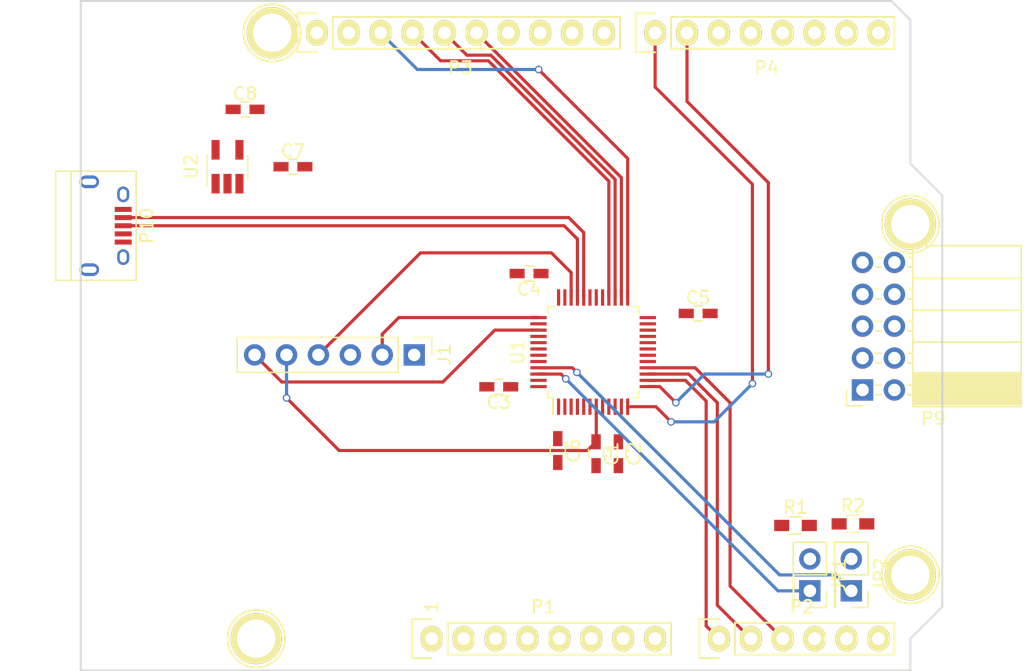
<source format=kicad_pcb>
(kicad_pcb (version 4) (host pcbnew 4.0.6)

  (general
    (links 71)
    (no_connects 53)
    (area 110.922999 72.949999 179.653001 126.440001)
    (thickness 1.6)
    (drawings 27)
    (tracks 84)
    (zones 0)
    (modules 25)
    (nets 25)
  )

  (page A4)
  (title_block
    (title "libopencm3-test hardware")
    (date 2017-10-31)
    (rev 1)
  )

  (layers
    (0 F.Cu signal)
    (31 B.Cu signal)
    (32 B.Adhes user)
    (33 F.Adhes user)
    (34 B.Paste user)
    (35 F.Paste user)
    (36 B.SilkS user)
    (37 F.SilkS user)
    (38 B.Mask user)
    (39 F.Mask user)
    (40 Dwgs.User user)
    (41 Cmts.User user)
    (42 Eco1.User user)
    (43 Eco2.User user)
    (44 Edge.Cuts user)
    (45 Margin user)
    (46 B.CrtYd user)
    (47 F.CrtYd user)
    (48 B.Fab user)
    (49 F.Fab user)
  )

  (setup
    (last_trace_width 0.25)
    (trace_clearance 0.2)
    (zone_clearance 0.508)
    (zone_45_only no)
    (trace_min 0.2)
    (segment_width 0.15)
    (edge_width 0.15)
    (via_size 0.6)
    (via_drill 0.4)
    (via_min_size 0.4)
    (via_min_drill 0.3)
    (uvia_size 0.3)
    (uvia_drill 0.1)
    (uvias_allowed no)
    (uvia_min_size 0.2)
    (uvia_min_drill 0.1)
    (pcb_text_width 0.3)
    (pcb_text_size 1.5 1.5)
    (mod_edge_width 0.15)
    (mod_text_size 1 1)
    (mod_text_width 0.15)
    (pad_size 4.064 4.064)
    (pad_drill 3.048)
    (pad_to_mask_clearance 0)
    (aux_axis_origin 110.998 126.365)
    (grid_origin 110.998 126.365)
    (visible_elements FFFEFF7F)
    (pcbplotparams
      (layerselection 0x00030_80000001)
      (usegerberextensions false)
      (excludeedgelayer true)
      (linewidth 0.100000)
      (plotframeref false)
      (viasonmask false)
      (mode 1)
      (useauxorigin false)
      (hpglpennumber 1)
      (hpglpenspeed 20)
      (hpglpendiameter 15)
      (hpglpenoverlay 2)
      (psnegative false)
      (psa4output false)
      (plotreference true)
      (plotvalue true)
      (plotinvisibletext false)
      (padsonsilk false)
      (subtractmaskfromsilk false)
      (outputformat 1)
      (mirror false)
      (drillshape 1)
      (scaleselection 1)
      (outputdirectory ""))
  )

  (net 0 "")
  (net 1 +5V)
  (net 2 GND)
  (net 3 +3V3)
  (net 4 /NRST)
  (net 5 /ADC_IN1)
  (net 6 /I2C_SDA)
  (net 7 /I2C_SCL)
  (net 8 /SPI_CS)
  (net 9 /SPI_MOSI)
  (net 10 /SPI_MISO)
  (net 11 /SPI_SCK)
  (net 12 /USB_DM)
  (net 13 /USB_DP)
  (net 14 "Net-(P10-Pad6)")
  (net 15 /SWCLK)
  (net 16 /SWDIO)
  (net 17 /SWO)
  (net 18 /DAC1_OUT)
  (net 19 /DAC2_OUT)
  (net 20 /UART_TX_OUT)
  (net 21 /UART_RX_OUT)
  (net 22 "Net-(JP1-Pad2)")
  (net 23 "Net-(JP2-Pad2)")
  (net 24 /VLCD)

  (net_class Default "This is the default net class."
    (clearance 0.2)
    (trace_width 0.25)
    (via_dia 0.6)
    (via_drill 0.4)
    (uvia_dia 0.3)
    (uvia_drill 0.1)
    (add_net +3V3)
    (add_net +5V)
    (add_net /ADC_IN1)
    (add_net /DAC1_OUT)
    (add_net /DAC2_OUT)
    (add_net /I2C_SCL)
    (add_net /I2C_SDA)
    (add_net /NRST)
    (add_net /SPI_CS)
    (add_net /SPI_MISO)
    (add_net /SPI_MOSI)
    (add_net /SPI_SCK)
    (add_net /SWCLK)
    (add_net /SWDIO)
    (add_net /SWO)
    (add_net /UART_RX_OUT)
    (add_net /UART_TX_OUT)
    (add_net /USB_DM)
    (add_net /USB_DP)
    (add_net /VLCD)
    (add_net GND)
    (add_net "Net-(JP1-Pad2)")
    (add_net "Net-(JP2-Pad2)")
    (add_net "Net-(P10-Pad6)")
  )

  (module Socket_Arduino_Uno:Socket_Strip_Arduino_1x08 locked (layer F.Cu) (tedit 552168D2) (tstamp 551AF9EA)
    (at 138.938 123.825)
    (descr "Through hole socket strip")
    (tags "socket strip")
    (path /56D70129)
    (fp_text reference P1 (at 8.89 -2.54) (layer F.SilkS)
      (effects (font (size 1 1) (thickness 0.15)))
    )
    (fp_text value Power (at 8.89 -4.064) (layer F.Fab)
      (effects (font (size 1 1) (thickness 0.15)))
    )
    (fp_line (start -1.75 -1.75) (end -1.75 1.75) (layer F.CrtYd) (width 0.05))
    (fp_line (start 19.55 -1.75) (end 19.55 1.75) (layer F.CrtYd) (width 0.05))
    (fp_line (start -1.75 -1.75) (end 19.55 -1.75) (layer F.CrtYd) (width 0.05))
    (fp_line (start -1.75 1.75) (end 19.55 1.75) (layer F.CrtYd) (width 0.05))
    (fp_line (start 1.27 1.27) (end 19.05 1.27) (layer F.SilkS) (width 0.15))
    (fp_line (start 19.05 1.27) (end 19.05 -1.27) (layer F.SilkS) (width 0.15))
    (fp_line (start 19.05 -1.27) (end 1.27 -1.27) (layer F.SilkS) (width 0.15))
    (fp_line (start -1.55 1.55) (end 0 1.55) (layer F.SilkS) (width 0.15))
    (fp_line (start 1.27 1.27) (end 1.27 -1.27) (layer F.SilkS) (width 0.15))
    (fp_line (start 0 -1.55) (end -1.55 -1.55) (layer F.SilkS) (width 0.15))
    (fp_line (start -1.55 -1.55) (end -1.55 1.55) (layer F.SilkS) (width 0.15))
    (pad 1 thru_hole oval (at 0 0) (size 1.7272 2.032) (drill 1.016) (layers *.Cu *.Mask F.SilkS))
    (pad 2 thru_hole oval (at 2.54 0) (size 1.7272 2.032) (drill 1.016) (layers *.Cu *.Mask F.SilkS))
    (pad 3 thru_hole oval (at 5.08 0) (size 1.7272 2.032) (drill 1.016) (layers *.Cu *.Mask F.SilkS))
    (pad 4 thru_hole oval (at 7.62 0) (size 1.7272 2.032) (drill 1.016) (layers *.Cu *.Mask F.SilkS)
      (net 3 +3V3))
    (pad 5 thru_hole oval (at 10.16 0) (size 1.7272 2.032) (drill 1.016) (layers *.Cu *.Mask F.SilkS)
      (net 1 +5V))
    (pad 6 thru_hole oval (at 12.7 0) (size 1.7272 2.032) (drill 1.016) (layers *.Cu *.Mask F.SilkS)
      (net 2 GND))
    (pad 7 thru_hole oval (at 15.24 0) (size 1.7272 2.032) (drill 1.016) (layers *.Cu *.Mask F.SilkS)
      (net 2 GND))
    (pad 8 thru_hole oval (at 17.78 0) (size 1.7272 2.032) (drill 1.016) (layers *.Cu *.Mask F.SilkS))
    (model ${KIPRJMOD}/Socket_Arduino_Uno.3dshapes/Socket_header_Arduino_1x08.wrl
      (at (xyz 0.35 0 0))
      (scale (xyz 1 1 1))
      (rotate (xyz 0 0 180))
    )
  )

  (module Socket_Arduino_Uno:Socket_Strip_Arduino_1x06 locked (layer F.Cu) (tedit 552168D6) (tstamp 551AF9FF)
    (at 161.798 123.825)
    (descr "Through hole socket strip")
    (tags "socket strip")
    (path /56D70DD8)
    (fp_text reference P2 (at 6.604 -2.54) (layer F.SilkS)
      (effects (font (size 1 1) (thickness 0.15)))
    )
    (fp_text value Analog (at 6.604 -4.064) (layer F.Fab)
      (effects (font (size 1 1) (thickness 0.15)))
    )
    (fp_line (start -1.75 -1.75) (end -1.75 1.75) (layer F.CrtYd) (width 0.05))
    (fp_line (start 14.45 -1.75) (end 14.45 1.75) (layer F.CrtYd) (width 0.05))
    (fp_line (start -1.75 -1.75) (end 14.45 -1.75) (layer F.CrtYd) (width 0.05))
    (fp_line (start -1.75 1.75) (end 14.45 1.75) (layer F.CrtYd) (width 0.05))
    (fp_line (start 1.27 1.27) (end 13.97 1.27) (layer F.SilkS) (width 0.15))
    (fp_line (start 13.97 1.27) (end 13.97 -1.27) (layer F.SilkS) (width 0.15))
    (fp_line (start 13.97 -1.27) (end 1.27 -1.27) (layer F.SilkS) (width 0.15))
    (fp_line (start -1.55 1.55) (end 0 1.55) (layer F.SilkS) (width 0.15))
    (fp_line (start 1.27 1.27) (end 1.27 -1.27) (layer F.SilkS) (width 0.15))
    (fp_line (start 0 -1.55) (end -1.55 -1.55) (layer F.SilkS) (width 0.15))
    (fp_line (start -1.55 -1.55) (end -1.55 1.55) (layer F.SilkS) (width 0.15))
    (pad 1 thru_hole oval (at 0 0) (size 1.7272 2.032) (drill 1.016) (layers *.Cu *.Mask F.SilkS)
      (net 18 /DAC1_OUT))
    (pad 2 thru_hole oval (at 2.54 0) (size 1.7272 2.032) (drill 1.016) (layers *.Cu *.Mask F.SilkS)
      (net 19 /DAC2_OUT))
    (pad 3 thru_hole oval (at 5.08 0) (size 1.7272 2.032) (drill 1.016) (layers *.Cu *.Mask F.SilkS)
      (net 5 /ADC_IN1))
    (pad 4 thru_hole oval (at 7.62 0) (size 1.7272 2.032) (drill 1.016) (layers *.Cu *.Mask F.SilkS))
    (pad 5 thru_hole oval (at 10.16 0) (size 1.7272 2.032) (drill 1.016) (layers *.Cu *.Mask F.SilkS)
      (net 6 /I2C_SDA))
    (pad 6 thru_hole oval (at 12.7 0) (size 1.7272 2.032) (drill 1.016) (layers *.Cu *.Mask F.SilkS)
      (net 7 /I2C_SCL))
    (model ${KIPRJMOD}/Socket_Arduino_Uno.3dshapes/Socket_header_Arduino_1x06.wrl
      (at (xyz 0.25 0 0))
      (scale (xyz 1 1 1))
      (rotate (xyz 0 0 180))
    )
  )

  (module Socket_Arduino_Uno:Socket_Strip_Arduino_1x10 locked (layer F.Cu) (tedit 552168BF) (tstamp 551AFA18)
    (at 129.794 75.565)
    (descr "Through hole socket strip")
    (tags "socket strip")
    (path /56D721E0)
    (fp_text reference P3 (at 11.43 2.794) (layer F.SilkS)
      (effects (font (size 1 1) (thickness 0.15)))
    )
    (fp_text value Digital (at 11.43 4.318) (layer F.Fab)
      (effects (font (size 1 1) (thickness 0.15)))
    )
    (fp_line (start -1.75 -1.75) (end -1.75 1.75) (layer F.CrtYd) (width 0.05))
    (fp_line (start 24.65 -1.75) (end 24.65 1.75) (layer F.CrtYd) (width 0.05))
    (fp_line (start -1.75 -1.75) (end 24.65 -1.75) (layer F.CrtYd) (width 0.05))
    (fp_line (start -1.75 1.75) (end 24.65 1.75) (layer F.CrtYd) (width 0.05))
    (fp_line (start 1.27 1.27) (end 24.13 1.27) (layer F.SilkS) (width 0.15))
    (fp_line (start 24.13 1.27) (end 24.13 -1.27) (layer F.SilkS) (width 0.15))
    (fp_line (start 24.13 -1.27) (end 1.27 -1.27) (layer F.SilkS) (width 0.15))
    (fp_line (start -1.55 1.55) (end 0 1.55) (layer F.SilkS) (width 0.15))
    (fp_line (start 1.27 1.27) (end 1.27 -1.27) (layer F.SilkS) (width 0.15))
    (fp_line (start 0 -1.55) (end -1.55 -1.55) (layer F.SilkS) (width 0.15))
    (fp_line (start -1.55 -1.55) (end -1.55 1.55) (layer F.SilkS) (width 0.15))
    (pad 1 thru_hole oval (at 0 0) (size 1.7272 2.032) (drill 1.016) (layers *.Cu *.Mask F.SilkS))
    (pad 2 thru_hole oval (at 2.54 0) (size 1.7272 2.032) (drill 1.016) (layers *.Cu *.Mask F.SilkS))
    (pad 3 thru_hole oval (at 5.08 0) (size 1.7272 2.032) (drill 1.016) (layers *.Cu *.Mask F.SilkS)
      (net 8 /SPI_CS))
    (pad 4 thru_hole oval (at 7.62 0) (size 1.7272 2.032) (drill 1.016) (layers *.Cu *.Mask F.SilkS)
      (net 9 /SPI_MOSI))
    (pad 5 thru_hole oval (at 10.16 0) (size 1.7272 2.032) (drill 1.016) (layers *.Cu *.Mask F.SilkS)
      (net 10 /SPI_MISO))
    (pad 6 thru_hole oval (at 12.7 0) (size 1.7272 2.032) (drill 1.016) (layers *.Cu *.Mask F.SilkS)
      (net 11 /SPI_SCK))
    (pad 7 thru_hole oval (at 15.24 0) (size 1.7272 2.032) (drill 1.016) (layers *.Cu *.Mask F.SilkS)
      (net 2 GND))
    (pad 8 thru_hole oval (at 17.78 0) (size 1.7272 2.032) (drill 1.016) (layers *.Cu *.Mask F.SilkS))
    (pad 9 thru_hole oval (at 20.32 0) (size 1.7272 2.032) (drill 1.016) (layers *.Cu *.Mask F.SilkS)
      (net 6 /I2C_SDA))
    (pad 10 thru_hole oval (at 22.86 0) (size 1.7272 2.032) (drill 1.016) (layers *.Cu *.Mask F.SilkS)
      (net 7 /I2C_SCL))
    (model ${KIPRJMOD}/Socket_Arduino_Uno.3dshapes/Socket_header_Arduino_1x10.wrl
      (at (xyz 0.45 0 0))
      (scale (xyz 1 1 1))
      (rotate (xyz 0 0 180))
    )
  )

  (module Socket_Arduino_Uno:Socket_Strip_Arduino_1x08 locked (layer F.Cu) (tedit 552168C7) (tstamp 551AFA2F)
    (at 156.718 75.565)
    (descr "Through hole socket strip")
    (tags "socket strip")
    (path /56D7164F)
    (fp_text reference P4 (at 8.89 2.794) (layer F.SilkS)
      (effects (font (size 1 1) (thickness 0.15)))
    )
    (fp_text value Digital (at 8.89 4.318) (layer F.Fab)
      (effects (font (size 1 1) (thickness 0.15)))
    )
    (fp_line (start -1.75 -1.75) (end -1.75 1.75) (layer F.CrtYd) (width 0.05))
    (fp_line (start 19.55 -1.75) (end 19.55 1.75) (layer F.CrtYd) (width 0.05))
    (fp_line (start -1.75 -1.75) (end 19.55 -1.75) (layer F.CrtYd) (width 0.05))
    (fp_line (start -1.75 1.75) (end 19.55 1.75) (layer F.CrtYd) (width 0.05))
    (fp_line (start 1.27 1.27) (end 19.05 1.27) (layer F.SilkS) (width 0.15))
    (fp_line (start 19.05 1.27) (end 19.05 -1.27) (layer F.SilkS) (width 0.15))
    (fp_line (start 19.05 -1.27) (end 1.27 -1.27) (layer F.SilkS) (width 0.15))
    (fp_line (start -1.55 1.55) (end 0 1.55) (layer F.SilkS) (width 0.15))
    (fp_line (start 1.27 1.27) (end 1.27 -1.27) (layer F.SilkS) (width 0.15))
    (fp_line (start 0 -1.55) (end -1.55 -1.55) (layer F.SilkS) (width 0.15))
    (fp_line (start -1.55 -1.55) (end -1.55 1.55) (layer F.SilkS) (width 0.15))
    (pad 1 thru_hole oval (at 0 0) (size 1.7272 2.032) (drill 1.016) (layers *.Cu *.Mask F.SilkS)
      (net 20 /UART_TX_OUT))
    (pad 2 thru_hole oval (at 2.54 0) (size 1.7272 2.032) (drill 1.016) (layers *.Cu *.Mask F.SilkS)
      (net 21 /UART_RX_OUT))
    (pad 3 thru_hole oval (at 5.08 0) (size 1.7272 2.032) (drill 1.016) (layers *.Cu *.Mask F.SilkS))
    (pad 4 thru_hole oval (at 7.62 0) (size 1.7272 2.032) (drill 1.016) (layers *.Cu *.Mask F.SilkS))
    (pad 5 thru_hole oval (at 10.16 0) (size 1.7272 2.032) (drill 1.016) (layers *.Cu *.Mask F.SilkS))
    (pad 6 thru_hole oval (at 12.7 0) (size 1.7272 2.032) (drill 1.016) (layers *.Cu *.Mask F.SilkS))
    (pad 7 thru_hole oval (at 15.24 0) (size 1.7272 2.032) (drill 1.016) (layers *.Cu *.Mask F.SilkS))
    (pad 8 thru_hole oval (at 17.78 0) (size 1.7272 2.032) (drill 1.016) (layers *.Cu *.Mask F.SilkS))
    (model ${KIPRJMOD}/Socket_Arduino_Uno.3dshapes/Socket_header_Arduino_1x08.wrl
      (at (xyz 0.35 0 0))
      (scale (xyz 1 1 1))
      (rotate (xyz 0 0 180))
    )
  )

  (module Socket_Arduino_Uno:Arduino_1pin locked (layer F.Cu) (tedit 5524FC39) (tstamp 5524FC3F)
    (at 124.968 123.825)
    (descr "module 1 pin (ou trou mecanique de percage)")
    (tags DEV)
    (path /56D71177)
    (fp_text reference P5 (at 0 -3.048) (layer F.SilkS) hide
      (effects (font (size 1 1) (thickness 0.15)))
    )
    (fp_text value CONN_01X01 (at 0 2.794) (layer F.Fab) hide
      (effects (font (size 1 1) (thickness 0.15)))
    )
    (fp_circle (center 0 0) (end 0 -2.286) (layer F.SilkS) (width 0.15))
    (pad 1 thru_hole circle (at 0 0) (size 4.064 4.064) (drill 3.048) (layers *.Cu *.Mask F.SilkS))
  )

  (module Socket_Arduino_Uno:Arduino_1pin locked (layer F.Cu) (tedit 5524FC4A) (tstamp 5524FC44)
    (at 177.038 118.745)
    (descr "module 1 pin (ou trou mecanique de percage)")
    (tags DEV)
    (path /56D71274)
    (fp_text reference P6 (at 0 -3.048) (layer F.SilkS) hide
      (effects (font (size 1 1) (thickness 0.15)))
    )
    (fp_text value CONN_01X01 (at 0 2.794) (layer F.Fab) hide
      (effects (font (size 1 1) (thickness 0.15)))
    )
    (fp_circle (center 0 0) (end 0 -2.286) (layer F.SilkS) (width 0.15))
    (pad 1 thru_hole circle (at 0 0) (size 4.064 4.064) (drill 3.048) (layers *.Cu *.Mask F.SilkS))
  )

  (module Socket_Arduino_Uno:Arduino_1pin locked (layer F.Cu) (tedit 5524FC2F) (tstamp 5524FC49)
    (at 126.238 75.565)
    (descr "module 1 pin (ou trou mecanique de percage)")
    (tags DEV)
    (path /56D712A8)
    (fp_text reference P7 (at 0 -3.048) (layer F.SilkS) hide
      (effects (font (size 1 1) (thickness 0.15)))
    )
    (fp_text value CONN_01X01 (at 0 2.794) (layer F.Fab) hide
      (effects (font (size 1 1) (thickness 0.15)))
    )
    (fp_circle (center 0 0) (end 0 -2.286) (layer F.SilkS) (width 0.15))
    (pad 1 thru_hole circle (at 0 0) (size 4.064 4.064) (drill 3.048) (layers *.Cu *.Mask F.SilkS))
  )

  (module Socket_Arduino_Uno:Arduino_1pin locked (layer F.Cu) (tedit 5524FC41) (tstamp 5524FC4E)
    (at 177.038 90.805)
    (descr "module 1 pin (ou trou mecanique de percage)")
    (tags DEV)
    (path /56D712DB)
    (fp_text reference P8 (at 0 -3.048) (layer F.SilkS) hide
      (effects (font (size 1 1) (thickness 0.15)))
    )
    (fp_text value CONN_01X01 (at 0 2.794) (layer F.Fab) hide
      (effects (font (size 1 1) (thickness 0.15)))
    )
    (fp_circle (center 0 0) (end 0 -2.286) (layer F.SilkS) (width 0.15))
    (pad 1 thru_hole circle (at 0 0) (size 4.064 4.064) (drill 3.048) (layers *.Cu *.Mask F.SilkS))
  )

  (module Capacitors_SMD:C_0603_HandSoldering (layer F.Cu) (tedit 58AA848B) (tstamp 59F7BF21)
    (at 152.019 109.093 270)
    (descr "Capacitor SMD 0603, hand soldering")
    (tags "capacitor 0603")
    (path /58CF4B65)
    (attr smd)
    (fp_text reference C1 (at 0 -1.25 270) (layer F.SilkS)
      (effects (font (size 1 1) (thickness 0.15)))
    )
    (fp_text value 100n (at 0 1.5 270) (layer F.Fab)
      (effects (font (size 1 1) (thickness 0.15)))
    )
    (fp_text user %R (at 0 -1.25 270) (layer F.Fab)
      (effects (font (size 1 1) (thickness 0.15)))
    )
    (fp_line (start -0.8 0.4) (end -0.8 -0.4) (layer F.Fab) (width 0.1))
    (fp_line (start 0.8 0.4) (end -0.8 0.4) (layer F.Fab) (width 0.1))
    (fp_line (start 0.8 -0.4) (end 0.8 0.4) (layer F.Fab) (width 0.1))
    (fp_line (start -0.8 -0.4) (end 0.8 -0.4) (layer F.Fab) (width 0.1))
    (fp_line (start -0.35 -0.6) (end 0.35 -0.6) (layer F.SilkS) (width 0.12))
    (fp_line (start 0.35 0.6) (end -0.35 0.6) (layer F.SilkS) (width 0.12))
    (fp_line (start -1.8 -0.65) (end 1.8 -0.65) (layer F.CrtYd) (width 0.05))
    (fp_line (start -1.8 -0.65) (end -1.8 0.65) (layer F.CrtYd) (width 0.05))
    (fp_line (start 1.8 0.65) (end 1.8 -0.65) (layer F.CrtYd) (width 0.05))
    (fp_line (start 1.8 0.65) (end -1.8 0.65) (layer F.CrtYd) (width 0.05))
    (pad 1 smd rect (at -0.95 0 270) (size 1.2 0.75) (layers F.Cu F.Paste F.Mask)
      (net 4 /NRST))
    (pad 2 smd rect (at 0.95 0 270) (size 1.2 0.75) (layers F.Cu F.Paste F.Mask)
      (net 2 GND))
    (model Capacitors_SMD.3dshapes/C_0603.wrl
      (at (xyz 0 0 0))
      (scale (xyz 1 1 1))
      (rotate (xyz 0 0 0))
    )
  )

  (module Capacitors_SMD:C_0603_HandSoldering (layer F.Cu) (tedit 58AA848B) (tstamp 59F7BF27)
    (at 153.797 109.093 270)
    (descr "Capacitor SMD 0603, hand soldering")
    (tags "capacitor 0603")
    (path /58CF43FF)
    (attr smd)
    (fp_text reference C2 (at 0 -1.25 270) (layer F.SilkS)
      (effects (font (size 1 1) (thickness 0.15)))
    )
    (fp_text value 100n (at 0 1.5 270) (layer F.Fab)
      (effects (font (size 1 1) (thickness 0.15)))
    )
    (fp_text user %R (at 0 -1.25 270) (layer F.Fab)
      (effects (font (size 1 1) (thickness 0.15)))
    )
    (fp_line (start -0.8 0.4) (end -0.8 -0.4) (layer F.Fab) (width 0.1))
    (fp_line (start 0.8 0.4) (end -0.8 0.4) (layer F.Fab) (width 0.1))
    (fp_line (start 0.8 -0.4) (end 0.8 0.4) (layer F.Fab) (width 0.1))
    (fp_line (start -0.8 -0.4) (end 0.8 -0.4) (layer F.Fab) (width 0.1))
    (fp_line (start -0.35 -0.6) (end 0.35 -0.6) (layer F.SilkS) (width 0.12))
    (fp_line (start 0.35 0.6) (end -0.35 0.6) (layer F.SilkS) (width 0.12))
    (fp_line (start -1.8 -0.65) (end 1.8 -0.65) (layer F.CrtYd) (width 0.05))
    (fp_line (start -1.8 -0.65) (end -1.8 0.65) (layer F.CrtYd) (width 0.05))
    (fp_line (start 1.8 0.65) (end 1.8 -0.65) (layer F.CrtYd) (width 0.05))
    (fp_line (start 1.8 0.65) (end -1.8 0.65) (layer F.CrtYd) (width 0.05))
    (pad 1 smd rect (at -0.95 0 270) (size 1.2 0.75) (layers F.Cu F.Paste F.Mask)
      (net 3 +3V3))
    (pad 2 smd rect (at 0.95 0 270) (size 1.2 0.75) (layers F.Cu F.Paste F.Mask)
      (net 2 GND))
    (model Capacitors_SMD.3dshapes/C_0603.wrl
      (at (xyz 0 0 0))
      (scale (xyz 1 1 1))
      (rotate (xyz 0 0 0))
    )
  )

  (module Capacitors_SMD:C_0603_HandSoldering (layer F.Cu) (tedit 58AA848B) (tstamp 59F7BF2D)
    (at 144.272 103.759 180)
    (descr "Capacitor SMD 0603, hand soldering")
    (tags "capacitor 0603")
    (path /58CF69A9)
    (attr smd)
    (fp_text reference C3 (at 0 -1.25 180) (layer F.SilkS)
      (effects (font (size 1 1) (thickness 0.15)))
    )
    (fp_text value 100n (at 0 1.5 180) (layer F.Fab)
      (effects (font (size 1 1) (thickness 0.15)))
    )
    (fp_text user %R (at 0 -1.25 180) (layer F.Fab)
      (effects (font (size 1 1) (thickness 0.15)))
    )
    (fp_line (start -0.8 0.4) (end -0.8 -0.4) (layer F.Fab) (width 0.1))
    (fp_line (start 0.8 0.4) (end -0.8 0.4) (layer F.Fab) (width 0.1))
    (fp_line (start 0.8 -0.4) (end 0.8 0.4) (layer F.Fab) (width 0.1))
    (fp_line (start -0.8 -0.4) (end 0.8 -0.4) (layer F.Fab) (width 0.1))
    (fp_line (start -0.35 -0.6) (end 0.35 -0.6) (layer F.SilkS) (width 0.12))
    (fp_line (start 0.35 0.6) (end -0.35 0.6) (layer F.SilkS) (width 0.12))
    (fp_line (start -1.8 -0.65) (end 1.8 -0.65) (layer F.CrtYd) (width 0.05))
    (fp_line (start -1.8 -0.65) (end -1.8 0.65) (layer F.CrtYd) (width 0.05))
    (fp_line (start 1.8 0.65) (end 1.8 -0.65) (layer F.CrtYd) (width 0.05))
    (fp_line (start 1.8 0.65) (end -1.8 0.65) (layer F.CrtYd) (width 0.05))
    (pad 1 smd rect (at -0.95 0 180) (size 1.2 0.75) (layers F.Cu F.Paste F.Mask)
      (net 3 +3V3))
    (pad 2 smd rect (at 0.95 0 180) (size 1.2 0.75) (layers F.Cu F.Paste F.Mask)
      (net 2 GND))
    (model Capacitors_SMD.3dshapes/C_0603.wrl
      (at (xyz 0 0 0))
      (scale (xyz 1 1 1))
      (rotate (xyz 0 0 0))
    )
  )

  (module Capacitors_SMD:C_0603_HandSoldering (layer F.Cu) (tedit 58AA848B) (tstamp 59F7BF33)
    (at 146.685 94.742 180)
    (descr "Capacitor SMD 0603, hand soldering")
    (tags "capacitor 0603")
    (path /58CF69F1)
    (attr smd)
    (fp_text reference C4 (at 0 -1.25 180) (layer F.SilkS)
      (effects (font (size 1 1) (thickness 0.15)))
    )
    (fp_text value 100n (at 0 1.5 180) (layer F.Fab)
      (effects (font (size 1 1) (thickness 0.15)))
    )
    (fp_text user %R (at 0 -1.25 180) (layer F.Fab)
      (effects (font (size 1 1) (thickness 0.15)))
    )
    (fp_line (start -0.8 0.4) (end -0.8 -0.4) (layer F.Fab) (width 0.1))
    (fp_line (start 0.8 0.4) (end -0.8 0.4) (layer F.Fab) (width 0.1))
    (fp_line (start 0.8 -0.4) (end 0.8 0.4) (layer F.Fab) (width 0.1))
    (fp_line (start -0.8 -0.4) (end 0.8 -0.4) (layer F.Fab) (width 0.1))
    (fp_line (start -0.35 -0.6) (end 0.35 -0.6) (layer F.SilkS) (width 0.12))
    (fp_line (start 0.35 0.6) (end -0.35 0.6) (layer F.SilkS) (width 0.12))
    (fp_line (start -1.8 -0.65) (end 1.8 -0.65) (layer F.CrtYd) (width 0.05))
    (fp_line (start -1.8 -0.65) (end -1.8 0.65) (layer F.CrtYd) (width 0.05))
    (fp_line (start 1.8 0.65) (end 1.8 -0.65) (layer F.CrtYd) (width 0.05))
    (fp_line (start 1.8 0.65) (end -1.8 0.65) (layer F.CrtYd) (width 0.05))
    (pad 1 smd rect (at -0.95 0 180) (size 1.2 0.75) (layers F.Cu F.Paste F.Mask)
      (net 3 +3V3))
    (pad 2 smd rect (at 0.95 0 180) (size 1.2 0.75) (layers F.Cu F.Paste F.Mask)
      (net 2 GND))
    (model Capacitors_SMD.3dshapes/C_0603.wrl
      (at (xyz 0 0 0))
      (scale (xyz 1 1 1))
      (rotate (xyz 0 0 0))
    )
  )

  (module Capacitors_SMD:C_0603_HandSoldering (layer F.Cu) (tedit 58AA848B) (tstamp 59F7BF39)
    (at 160.147 97.917)
    (descr "Capacitor SMD 0603, hand soldering")
    (tags "capacitor 0603")
    (path /58CF6A3A)
    (attr smd)
    (fp_text reference C5 (at 0 -1.25) (layer F.SilkS)
      (effects (font (size 1 1) (thickness 0.15)))
    )
    (fp_text value 100n (at 0 1.5) (layer F.Fab)
      (effects (font (size 1 1) (thickness 0.15)))
    )
    (fp_text user %R (at 0 -1.25) (layer F.Fab)
      (effects (font (size 1 1) (thickness 0.15)))
    )
    (fp_line (start -0.8 0.4) (end -0.8 -0.4) (layer F.Fab) (width 0.1))
    (fp_line (start 0.8 0.4) (end -0.8 0.4) (layer F.Fab) (width 0.1))
    (fp_line (start 0.8 -0.4) (end 0.8 0.4) (layer F.Fab) (width 0.1))
    (fp_line (start -0.8 -0.4) (end 0.8 -0.4) (layer F.Fab) (width 0.1))
    (fp_line (start -0.35 -0.6) (end 0.35 -0.6) (layer F.SilkS) (width 0.12))
    (fp_line (start 0.35 0.6) (end -0.35 0.6) (layer F.SilkS) (width 0.12))
    (fp_line (start -1.8 -0.65) (end 1.8 -0.65) (layer F.CrtYd) (width 0.05))
    (fp_line (start -1.8 -0.65) (end -1.8 0.65) (layer F.CrtYd) (width 0.05))
    (fp_line (start 1.8 0.65) (end 1.8 -0.65) (layer F.CrtYd) (width 0.05))
    (fp_line (start 1.8 0.65) (end -1.8 0.65) (layer F.CrtYd) (width 0.05))
    (pad 1 smd rect (at -0.95 0) (size 1.2 0.75) (layers F.Cu F.Paste F.Mask)
      (net 3 +3V3))
    (pad 2 smd rect (at 0.95 0) (size 1.2 0.75) (layers F.Cu F.Paste F.Mask)
      (net 2 GND))
    (model Capacitors_SMD.3dshapes/C_0603.wrl
      (at (xyz 0 0 0))
      (scale (xyz 1 1 1))
      (rotate (xyz 0 0 0))
    )
  )

  (module Connectors:USB_Micro-B (layer F.Cu) (tedit 5543E447) (tstamp 59F7BF54)
    (at 113.03 90.932 270)
    (descr "Micro USB Type B Receptacle")
    (tags "USB USB_B USB_micro USB_OTG")
    (path /58CF10AD)
    (attr smd)
    (fp_text reference P10 (at 0 -3.24 270) (layer F.SilkS)
      (effects (font (size 1 1) (thickness 0.15)))
    )
    (fp_text value CONTROL (at 0 5.01 270) (layer F.Fab)
      (effects (font (size 1 1) (thickness 0.15)))
    )
    (fp_line (start -4.6 -2.59) (end 4.6 -2.59) (layer F.CrtYd) (width 0.05))
    (fp_line (start 4.6 -2.59) (end 4.6 4.26) (layer F.CrtYd) (width 0.05))
    (fp_line (start 4.6 4.26) (end -4.6 4.26) (layer F.CrtYd) (width 0.05))
    (fp_line (start -4.6 4.26) (end -4.6 -2.59) (layer F.CrtYd) (width 0.05))
    (fp_line (start -4.35 4.03) (end 4.35 4.03) (layer F.SilkS) (width 0.12))
    (fp_line (start -4.35 -2.38) (end 4.35 -2.38) (layer F.SilkS) (width 0.12))
    (fp_line (start 4.35 -2.38) (end 4.35 4.03) (layer F.SilkS) (width 0.12))
    (fp_line (start 4.35 2.8) (end -4.35 2.8) (layer F.SilkS) (width 0.12))
    (fp_line (start -4.35 4.03) (end -4.35 -2.38) (layer F.SilkS) (width 0.12))
    (pad 1 smd rect (at -1.3 -1.35) (size 1.35 0.4) (layers F.Cu F.Paste F.Mask)
      (net 1 +5V))
    (pad 2 smd rect (at -0.65 -1.35) (size 1.35 0.4) (layers F.Cu F.Paste F.Mask)
      (net 12 /USB_DM))
    (pad 3 smd rect (at 0 -1.35) (size 1.35 0.4) (layers F.Cu F.Paste F.Mask)
      (net 13 /USB_DP))
    (pad 4 smd rect (at 0.65 -1.35) (size 1.35 0.4) (layers F.Cu F.Paste F.Mask))
    (pad 5 smd rect (at 1.3 -1.35) (size 1.35 0.4) (layers F.Cu F.Paste F.Mask)
      (net 2 GND))
    (pad 6 thru_hole oval (at -2.5 -1.35) (size 0.95 1.25) (drill oval 0.55 0.85) (layers *.Cu *.Mask)
      (net 14 "Net-(P10-Pad6)"))
    (pad 6 thru_hole oval (at 2.5 -1.35) (size 0.95 1.25) (drill oval 0.55 0.85) (layers *.Cu *.Mask)
      (net 14 "Net-(P10-Pad6)"))
    (pad 6 thru_hole oval (at -3.5 1.35) (size 1.55 1) (drill oval 1.15 0.5) (layers *.Cu *.Mask)
      (net 14 "Net-(P10-Pad6)"))
    (pad 6 thru_hole oval (at 3.5 1.35) (size 1.55 1) (drill oval 1.15 0.5) (layers *.Cu *.Mask)
      (net 14 "Net-(P10-Pad6)"))
  )

  (module Pin_Headers:Pin_Header_Straight_1x06_Pitch2.54mm (layer F.Cu) (tedit 5862ED52) (tstamp 59F7C0DF)
    (at 137.541 101.219 270)
    (descr "Through hole straight pin header, 1x06, 2.54mm pitch, single row")
    (tags "Through hole pin header THT 1x06 2.54mm single row")
    (path /59F7E088)
    (fp_text reference J1 (at 0 -2.39 270) (layer F.SilkS)
      (effects (font (size 1 1) (thickness 0.15)))
    )
    (fp_text value CONN_01X06 (at 0 15.09 270) (layer F.Fab)
      (effects (font (size 1 1) (thickness 0.15)))
    )
    (fp_line (start -1.27 -1.27) (end -1.27 13.97) (layer F.Fab) (width 0.1))
    (fp_line (start -1.27 13.97) (end 1.27 13.97) (layer F.Fab) (width 0.1))
    (fp_line (start 1.27 13.97) (end 1.27 -1.27) (layer F.Fab) (width 0.1))
    (fp_line (start 1.27 -1.27) (end -1.27 -1.27) (layer F.Fab) (width 0.1))
    (fp_line (start -1.39 1.27) (end -1.39 14.09) (layer F.SilkS) (width 0.12))
    (fp_line (start -1.39 14.09) (end 1.39 14.09) (layer F.SilkS) (width 0.12))
    (fp_line (start 1.39 14.09) (end 1.39 1.27) (layer F.SilkS) (width 0.12))
    (fp_line (start 1.39 1.27) (end -1.39 1.27) (layer F.SilkS) (width 0.12))
    (fp_line (start -1.39 0) (end -1.39 -1.39) (layer F.SilkS) (width 0.12))
    (fp_line (start -1.39 -1.39) (end 0 -1.39) (layer F.SilkS) (width 0.12))
    (fp_line (start -1.6 -1.6) (end -1.6 14.3) (layer F.CrtYd) (width 0.05))
    (fp_line (start -1.6 14.3) (end 1.6 14.3) (layer F.CrtYd) (width 0.05))
    (fp_line (start 1.6 14.3) (end 1.6 -1.6) (layer F.CrtYd) (width 0.05))
    (fp_line (start 1.6 -1.6) (end -1.6 -1.6) (layer F.CrtYd) (width 0.05))
    (pad 1 thru_hole rect (at 0 0 270) (size 1.7 1.7) (drill 1) (layers *.Cu *.Mask)
      (net 3 +3V3))
    (pad 2 thru_hole oval (at 0 2.54 270) (size 1.7 1.7) (drill 1) (layers *.Cu *.Mask)
      (net 15 /SWCLK))
    (pad 3 thru_hole oval (at 0 5.08 270) (size 1.7 1.7) (drill 1) (layers *.Cu *.Mask)
      (net 2 GND))
    (pad 4 thru_hole oval (at 0 7.62 270) (size 1.7 1.7) (drill 1) (layers *.Cu *.Mask)
      (net 16 /SWDIO))
    (pad 5 thru_hole oval (at 0 10.16 270) (size 1.7 1.7) (drill 1) (layers *.Cu *.Mask)
      (net 4 /NRST))
    (pad 6 thru_hole oval (at 0 12.7 270) (size 1.7 1.7) (drill 1) (layers *.Cu *.Mask)
      (net 17 /SWO))
    (model Pin_Headers.3dshapes/Pin_Header_Straight_1x06_Pitch2.54mm.wrl
      (at (xyz 0 -0.25 0))
      (scale (xyz 1 1 1))
      (rotate (xyz 0 0 90))
    )
  )

  (module Housings_QFP:TQFP-48_7x7mm_Pitch0.5mm (layer F.Cu) (tedit 54130A77) (tstamp 59F7C113)
    (at 151.785 100.997 90)
    (descr "48 LEAD TQFP 7x7mm (see MICREL TQFP7x7-48LD-PL-1.pdf)")
    (tags "QFP 0.5")
    (path /58CEFE92)
    (attr smd)
    (fp_text reference U1 (at 0 -6 90) (layer F.SilkS)
      (effects (font (size 1 1) (thickness 0.15)))
    )
    (fp_text value STM32L151C6TxA (at 0 6 90) (layer F.Fab)
      (effects (font (size 1 1) (thickness 0.15)))
    )
    (fp_text user %R (at 0 0 90) (layer F.Fab)
      (effects (font (size 1 1) (thickness 0.15)))
    )
    (fp_line (start -2.5 -3.5) (end 3.5 -3.5) (layer F.Fab) (width 0.15))
    (fp_line (start 3.5 -3.5) (end 3.5 3.5) (layer F.Fab) (width 0.15))
    (fp_line (start 3.5 3.5) (end -3.5 3.5) (layer F.Fab) (width 0.15))
    (fp_line (start -3.5 3.5) (end -3.5 -2.5) (layer F.Fab) (width 0.15))
    (fp_line (start -3.5 -2.5) (end -2.5 -3.5) (layer F.Fab) (width 0.15))
    (fp_line (start -5.25 -5.25) (end -5.25 5.25) (layer F.CrtYd) (width 0.05))
    (fp_line (start 5.25 -5.25) (end 5.25 5.25) (layer F.CrtYd) (width 0.05))
    (fp_line (start -5.25 -5.25) (end 5.25 -5.25) (layer F.CrtYd) (width 0.05))
    (fp_line (start -5.25 5.25) (end 5.25 5.25) (layer F.CrtYd) (width 0.05))
    (fp_line (start -3.625 -3.625) (end -3.625 -3.2) (layer F.SilkS) (width 0.15))
    (fp_line (start 3.625 -3.625) (end 3.625 -3.1) (layer F.SilkS) (width 0.15))
    (fp_line (start 3.625 3.625) (end 3.625 3.1) (layer F.SilkS) (width 0.15))
    (fp_line (start -3.625 3.625) (end -3.625 3.1) (layer F.SilkS) (width 0.15))
    (fp_line (start -3.625 -3.625) (end -3.1 -3.625) (layer F.SilkS) (width 0.15))
    (fp_line (start -3.625 3.625) (end -3.1 3.625) (layer F.SilkS) (width 0.15))
    (fp_line (start 3.625 3.625) (end 3.1 3.625) (layer F.SilkS) (width 0.15))
    (fp_line (start 3.625 -3.625) (end 3.1 -3.625) (layer F.SilkS) (width 0.15))
    (fp_line (start -3.625 -3.2) (end -5 -3.2) (layer F.SilkS) (width 0.15))
    (pad 1 smd rect (at -4.35 -2.75 90) (size 1.3 0.25) (layers F.Cu F.Paste F.Mask)
      (net 24 /VLCD))
    (pad 2 smd rect (at -4.35 -2.25 90) (size 1.3 0.25) (layers F.Cu F.Paste F.Mask))
    (pad 3 smd rect (at -4.35 -1.75 90) (size 1.3 0.25) (layers F.Cu F.Paste F.Mask))
    (pad 4 smd rect (at -4.35 -1.25 90) (size 1.3 0.25) (layers F.Cu F.Paste F.Mask))
    (pad 5 smd rect (at -4.35 -0.75 90) (size 1.3 0.25) (layers F.Cu F.Paste F.Mask))
    (pad 6 smd rect (at -4.35 -0.25 90) (size 1.3 0.25) (layers F.Cu F.Paste F.Mask))
    (pad 7 smd rect (at -4.35 0.25 90) (size 1.3 0.25) (layers F.Cu F.Paste F.Mask)
      (net 4 /NRST))
    (pad 8 smd rect (at -4.35 0.75 90) (size 1.3 0.25) (layers F.Cu F.Paste F.Mask)
      (net 2 GND))
    (pad 9 smd rect (at -4.35 1.25 90) (size 1.3 0.25) (layers F.Cu F.Paste F.Mask)
      (net 3 +3V3))
    (pad 10 smd rect (at -4.35 1.75 90) (size 1.3 0.25) (layers F.Cu F.Paste F.Mask))
    (pad 11 smd rect (at -4.35 2.25 90) (size 1.3 0.25) (layers F.Cu F.Paste F.Mask))
    (pad 12 smd rect (at -4.35 2.75 90) (size 1.3 0.25) (layers F.Cu F.Paste F.Mask)
      (net 20 /UART_TX_OUT))
    (pad 13 smd rect (at -2.75 4.35 180) (size 1.3 0.25) (layers F.Cu F.Paste F.Mask)
      (net 21 /UART_RX_OUT))
    (pad 14 smd rect (at -2.25 4.35 180) (size 1.3 0.25) (layers F.Cu F.Paste F.Mask)
      (net 18 /DAC1_OUT))
    (pad 15 smd rect (at -1.75 4.35 180) (size 1.3 0.25) (layers F.Cu F.Paste F.Mask)
      (net 19 /DAC2_OUT))
    (pad 16 smd rect (at -1.25 4.35 180) (size 1.3 0.25) (layers F.Cu F.Paste F.Mask)
      (net 5 /ADC_IN1))
    (pad 17 smd rect (at -0.75 4.35 180) (size 1.3 0.25) (layers F.Cu F.Paste F.Mask))
    (pad 18 smd rect (at -0.25 4.35 180) (size 1.3 0.25) (layers F.Cu F.Paste F.Mask))
    (pad 19 smd rect (at 0.25 4.35 180) (size 1.3 0.25) (layers F.Cu F.Paste F.Mask))
    (pad 20 smd rect (at 0.75 4.35 180) (size 1.3 0.25) (layers F.Cu F.Paste F.Mask))
    (pad 21 smd rect (at 1.25 4.35 180) (size 1.3 0.25) (layers F.Cu F.Paste F.Mask))
    (pad 22 smd rect (at 1.75 4.35 180) (size 1.3 0.25) (layers F.Cu F.Paste F.Mask))
    (pad 23 smd rect (at 2.25 4.35 180) (size 1.3 0.25) (layers F.Cu F.Paste F.Mask)
      (net 2 GND))
    (pad 24 smd rect (at 2.75 4.35 180) (size 1.3 0.25) (layers F.Cu F.Paste F.Mask)
      (net 3 +3V3))
    (pad 25 smd rect (at 4.35 2.75 90) (size 1.3 0.25) (layers F.Cu F.Paste F.Mask)
      (net 8 /SPI_CS))
    (pad 26 smd rect (at 4.35 2.25 90) (size 1.3 0.25) (layers F.Cu F.Paste F.Mask)
      (net 11 /SPI_SCK))
    (pad 27 smd rect (at 4.35 1.75 90) (size 1.3 0.25) (layers F.Cu F.Paste F.Mask)
      (net 10 /SPI_MISO))
    (pad 28 smd rect (at 4.35 1.25 90) (size 1.3 0.25) (layers F.Cu F.Paste F.Mask)
      (net 9 /SPI_MOSI))
    (pad 29 smd rect (at 4.35 0.75 90) (size 1.3 0.25) (layers F.Cu F.Paste F.Mask))
    (pad 30 smd rect (at 4.35 0.25 90) (size 1.3 0.25) (layers F.Cu F.Paste F.Mask))
    (pad 31 smd rect (at 4.35 -0.25 90) (size 1.3 0.25) (layers F.Cu F.Paste F.Mask))
    (pad 32 smd rect (at 4.35 -0.75 90) (size 1.3 0.25) (layers F.Cu F.Paste F.Mask)
      (net 12 /USB_DM))
    (pad 33 smd rect (at 4.35 -1.25 90) (size 1.3 0.25) (layers F.Cu F.Paste F.Mask)
      (net 13 /USB_DP))
    (pad 34 smd rect (at 4.35 -1.75 90) (size 1.3 0.25) (layers F.Cu F.Paste F.Mask)
      (net 16 /SWDIO))
    (pad 35 smd rect (at 4.35 -2.25 90) (size 1.3 0.25) (layers F.Cu F.Paste F.Mask)
      (net 2 GND))
    (pad 36 smd rect (at 4.35 -2.75 90) (size 1.3 0.25) (layers F.Cu F.Paste F.Mask)
      (net 3 +3V3))
    (pad 37 smd rect (at 2.75 -4.35 180) (size 1.3 0.25) (layers F.Cu F.Paste F.Mask)
      (net 15 /SWCLK))
    (pad 38 smd rect (at 2.25 -4.35 180) (size 1.3 0.25) (layers F.Cu F.Paste F.Mask))
    (pad 39 smd rect (at 1.75 -4.35 180) (size 1.3 0.25) (layers F.Cu F.Paste F.Mask)
      (net 17 /SWO))
    (pad 40 smd rect (at 1.25 -4.35 180) (size 1.3 0.25) (layers F.Cu F.Paste F.Mask))
    (pad 41 smd rect (at 0.75 -4.35 180) (size 1.3 0.25) (layers F.Cu F.Paste F.Mask))
    (pad 42 smd rect (at 0.25 -4.35 180) (size 1.3 0.25) (layers F.Cu F.Paste F.Mask))
    (pad 43 smd rect (at -0.25 -4.35 180) (size 1.3 0.25) (layers F.Cu F.Paste F.Mask))
    (pad 44 smd rect (at -0.75 -4.35 180) (size 1.3 0.25) (layers F.Cu F.Paste F.Mask))
    (pad 45 smd rect (at -1.25 -4.35 180) (size 1.3 0.25) (layers F.Cu F.Paste F.Mask)
      (net 7 /I2C_SCL))
    (pad 46 smd rect (at -1.75 -4.35 180) (size 1.3 0.25) (layers F.Cu F.Paste F.Mask)
      (net 6 /I2C_SDA))
    (pad 47 smd rect (at -2.25 -4.35 180) (size 1.3 0.25) (layers F.Cu F.Paste F.Mask)
      (net 2 GND))
    (pad 48 smd rect (at -2.75 -4.35 180) (size 1.3 0.25) (layers F.Cu F.Paste F.Mask)
      (net 3 +3V3))
    (model Housings_QFP.3dshapes/TQFP-48_7x7mm_Pitch0.5mm.wrl
      (at (xyz 0 0 0))
      (scale (xyz 1 1 1))
      (rotate (xyz 0 0 0))
    )
  )

  (module Socket_Strips:Socket_Strip_Angled_2x05_Pitch2.54mm (layer F.Cu) (tedit 588DE958) (tstamp 5A0F5F85)
    (at 173.228 104.013 180)
    (descr "Through hole angled socket strip, 2x05, 2.54mm pitch, 8.51mm socket length, double rows")
    (tags "Through hole angled socket strip THT 2x05 2.54mm double row")
    (path /58CF048F)
    (fp_text reference P9 (at -5.65 -2.27 180) (layer F.SilkS)
      (effects (font (size 1 1) (thickness 0.15)))
    )
    (fp_text value FX2LA (at -5.65 12.43 180) (layer F.Fab)
      (effects (font (size 1 1) (thickness 0.15)))
    )
    (fp_line (start -4.06 -1.27) (end -4.06 1.27) (layer F.Fab) (width 0.1))
    (fp_line (start -4.06 1.27) (end -12.57 1.27) (layer F.Fab) (width 0.1))
    (fp_line (start -12.57 1.27) (end -12.57 -1.27) (layer F.Fab) (width 0.1))
    (fp_line (start -12.57 -1.27) (end -4.06 -1.27) (layer F.Fab) (width 0.1))
    (fp_line (start 0 -0.32) (end 0 0.32) (layer F.Fab) (width 0.1))
    (fp_line (start 0 0.32) (end -4.06 0.32) (layer F.Fab) (width 0.1))
    (fp_line (start -4.06 0.32) (end -4.06 -0.32) (layer F.Fab) (width 0.1))
    (fp_line (start -4.06 -0.32) (end 0 -0.32) (layer F.Fab) (width 0.1))
    (fp_line (start -4.06 1.27) (end -4.06 3.81) (layer F.Fab) (width 0.1))
    (fp_line (start -4.06 3.81) (end -12.57 3.81) (layer F.Fab) (width 0.1))
    (fp_line (start -12.57 3.81) (end -12.57 1.27) (layer F.Fab) (width 0.1))
    (fp_line (start -12.57 1.27) (end -4.06 1.27) (layer F.Fab) (width 0.1))
    (fp_line (start 0 2.22) (end 0 2.86) (layer F.Fab) (width 0.1))
    (fp_line (start 0 2.86) (end -4.06 2.86) (layer F.Fab) (width 0.1))
    (fp_line (start -4.06 2.86) (end -4.06 2.22) (layer F.Fab) (width 0.1))
    (fp_line (start -4.06 2.22) (end 0 2.22) (layer F.Fab) (width 0.1))
    (fp_line (start -4.06 3.81) (end -4.06 6.35) (layer F.Fab) (width 0.1))
    (fp_line (start -4.06 6.35) (end -12.57 6.35) (layer F.Fab) (width 0.1))
    (fp_line (start -12.57 6.35) (end -12.57 3.81) (layer F.Fab) (width 0.1))
    (fp_line (start -12.57 3.81) (end -4.06 3.81) (layer F.Fab) (width 0.1))
    (fp_line (start 0 4.76) (end 0 5.4) (layer F.Fab) (width 0.1))
    (fp_line (start 0 5.4) (end -4.06 5.4) (layer F.Fab) (width 0.1))
    (fp_line (start -4.06 5.4) (end -4.06 4.76) (layer F.Fab) (width 0.1))
    (fp_line (start -4.06 4.76) (end 0 4.76) (layer F.Fab) (width 0.1))
    (fp_line (start -4.06 6.35) (end -4.06 8.89) (layer F.Fab) (width 0.1))
    (fp_line (start -4.06 8.89) (end -12.57 8.89) (layer F.Fab) (width 0.1))
    (fp_line (start -12.57 8.89) (end -12.57 6.35) (layer F.Fab) (width 0.1))
    (fp_line (start -12.57 6.35) (end -4.06 6.35) (layer F.Fab) (width 0.1))
    (fp_line (start 0 7.3) (end 0 7.94) (layer F.Fab) (width 0.1))
    (fp_line (start 0 7.94) (end -4.06 7.94) (layer F.Fab) (width 0.1))
    (fp_line (start -4.06 7.94) (end -4.06 7.3) (layer F.Fab) (width 0.1))
    (fp_line (start -4.06 7.3) (end 0 7.3) (layer F.Fab) (width 0.1))
    (fp_line (start -4.06 8.89) (end -4.06 11.43) (layer F.Fab) (width 0.1))
    (fp_line (start -4.06 11.43) (end -12.57 11.43) (layer F.Fab) (width 0.1))
    (fp_line (start -12.57 11.43) (end -12.57 8.89) (layer F.Fab) (width 0.1))
    (fp_line (start -12.57 8.89) (end -4.06 8.89) (layer F.Fab) (width 0.1))
    (fp_line (start 0 9.84) (end 0 10.48) (layer F.Fab) (width 0.1))
    (fp_line (start 0 10.48) (end -4.06 10.48) (layer F.Fab) (width 0.1))
    (fp_line (start -4.06 10.48) (end -4.06 9.84) (layer F.Fab) (width 0.1))
    (fp_line (start -4.06 9.84) (end 0 9.84) (layer F.Fab) (width 0.1))
    (fp_line (start -4 -1.33) (end -4 1.27) (layer F.SilkS) (width 0.12))
    (fp_line (start -4 1.27) (end -12.63 1.27) (layer F.SilkS) (width 0.12))
    (fp_line (start -12.63 1.27) (end -12.63 -1.33) (layer F.SilkS) (width 0.12))
    (fp_line (start -12.63 -1.33) (end -4 -1.33) (layer F.SilkS) (width 0.12))
    (fp_line (start -3.57 -0.38) (end -4 -0.38) (layer F.SilkS) (width 0.12))
    (fp_line (start -3.57 0.38) (end -4 0.38) (layer F.SilkS) (width 0.12))
    (fp_line (start -1.03 -0.38) (end -1.51 -0.38) (layer F.SilkS) (width 0.12))
    (fp_line (start -1.03 0.38) (end -1.51 0.38) (layer F.SilkS) (width 0.12))
    (fp_line (start -4 -1.15) (end -12.63 -1.15) (layer F.SilkS) (width 0.12))
    (fp_line (start -4 -1.03) (end -12.63 -1.03) (layer F.SilkS) (width 0.12))
    (fp_line (start -4 -0.91) (end -12.63 -0.91) (layer F.SilkS) (width 0.12))
    (fp_line (start -4 -0.79) (end -12.63 -0.79) (layer F.SilkS) (width 0.12))
    (fp_line (start -4 -0.67) (end -12.63 -0.67) (layer F.SilkS) (width 0.12))
    (fp_line (start -4 -0.55) (end -12.63 -0.55) (layer F.SilkS) (width 0.12))
    (fp_line (start -4 -0.43) (end -12.63 -0.43) (layer F.SilkS) (width 0.12))
    (fp_line (start -4 -0.31) (end -12.63 -0.31) (layer F.SilkS) (width 0.12))
    (fp_line (start -4 -0.19) (end -12.63 -0.19) (layer F.SilkS) (width 0.12))
    (fp_line (start -4 -0.07) (end -12.63 -0.07) (layer F.SilkS) (width 0.12))
    (fp_line (start -4 0.05) (end -12.63 0.05) (layer F.SilkS) (width 0.12))
    (fp_line (start -4 0.17) (end -12.63 0.17) (layer F.SilkS) (width 0.12))
    (fp_line (start -4 0.29) (end -12.63 0.29) (layer F.SilkS) (width 0.12))
    (fp_line (start -4 0.41) (end -12.63 0.41) (layer F.SilkS) (width 0.12))
    (fp_line (start -4 0.53) (end -12.63 0.53) (layer F.SilkS) (width 0.12))
    (fp_line (start -4 0.65) (end -12.63 0.65) (layer F.SilkS) (width 0.12))
    (fp_line (start -4 0.77) (end -12.63 0.77) (layer F.SilkS) (width 0.12))
    (fp_line (start -4 0.89) (end -12.63 0.89) (layer F.SilkS) (width 0.12))
    (fp_line (start -4 1.01) (end -12.63 1.01) (layer F.SilkS) (width 0.12))
    (fp_line (start -4 1.13) (end -12.63 1.13) (layer F.SilkS) (width 0.12))
    (fp_line (start -4 1.25) (end -12.63 1.25) (layer F.SilkS) (width 0.12))
    (fp_line (start -4 1.37) (end -12.63 1.37) (layer F.SilkS) (width 0.12))
    (fp_line (start -4 1.27) (end -4 3.81) (layer F.SilkS) (width 0.12))
    (fp_line (start -4 3.81) (end -12.63 3.81) (layer F.SilkS) (width 0.12))
    (fp_line (start -12.63 3.81) (end -12.63 1.27) (layer F.SilkS) (width 0.12))
    (fp_line (start -12.63 1.27) (end -4 1.27) (layer F.SilkS) (width 0.12))
    (fp_line (start -3.57 2.16) (end -4 2.16) (layer F.SilkS) (width 0.12))
    (fp_line (start -3.57 2.92) (end -4 2.92) (layer F.SilkS) (width 0.12))
    (fp_line (start -1.03 2.16) (end -1.51 2.16) (layer F.SilkS) (width 0.12))
    (fp_line (start -1.03 2.92) (end -1.51 2.92) (layer F.SilkS) (width 0.12))
    (fp_line (start -4 3.81) (end -4 6.35) (layer F.SilkS) (width 0.12))
    (fp_line (start -4 6.35) (end -12.63 6.35) (layer F.SilkS) (width 0.12))
    (fp_line (start -12.63 6.35) (end -12.63 3.81) (layer F.SilkS) (width 0.12))
    (fp_line (start -12.63 3.81) (end -4 3.81) (layer F.SilkS) (width 0.12))
    (fp_line (start -3.57 4.7) (end -4 4.7) (layer F.SilkS) (width 0.12))
    (fp_line (start -3.57 5.46) (end -4 5.46) (layer F.SilkS) (width 0.12))
    (fp_line (start -1.03 4.7) (end -1.51 4.7) (layer F.SilkS) (width 0.12))
    (fp_line (start -1.03 5.46) (end -1.51 5.46) (layer F.SilkS) (width 0.12))
    (fp_line (start -4 6.35) (end -4 8.89) (layer F.SilkS) (width 0.12))
    (fp_line (start -4 8.89) (end -12.63 8.89) (layer F.SilkS) (width 0.12))
    (fp_line (start -12.63 8.89) (end -12.63 6.35) (layer F.SilkS) (width 0.12))
    (fp_line (start -12.63 6.35) (end -4 6.35) (layer F.SilkS) (width 0.12))
    (fp_line (start -3.57 7.24) (end -4 7.24) (layer F.SilkS) (width 0.12))
    (fp_line (start -3.57 8) (end -4 8) (layer F.SilkS) (width 0.12))
    (fp_line (start -1.03 7.24) (end -1.51 7.24) (layer F.SilkS) (width 0.12))
    (fp_line (start -1.03 8) (end -1.51 8) (layer F.SilkS) (width 0.12))
    (fp_line (start -4 8.89) (end -4 11.49) (layer F.SilkS) (width 0.12))
    (fp_line (start -4 11.49) (end -12.63 11.49) (layer F.SilkS) (width 0.12))
    (fp_line (start -12.63 11.49) (end -12.63 8.89) (layer F.SilkS) (width 0.12))
    (fp_line (start -12.63 8.89) (end -4 8.89) (layer F.SilkS) (width 0.12))
    (fp_line (start -3.57 9.78) (end -4 9.78) (layer F.SilkS) (width 0.12))
    (fp_line (start -3.57 10.54) (end -4 10.54) (layer F.SilkS) (width 0.12))
    (fp_line (start -1.03 9.78) (end -1.51 9.78) (layer F.SilkS) (width 0.12))
    (fp_line (start -1.03 10.54) (end -1.51 10.54) (layer F.SilkS) (width 0.12))
    (fp_line (start 0 -1.27) (end 1.27 -1.27) (layer F.SilkS) (width 0.12))
    (fp_line (start 1.27 -1.27) (end 1.27 0) (layer F.SilkS) (width 0.12))
    (fp_line (start 1.55 -1.55) (end 1.55 11.7) (layer F.CrtYd) (width 0.05))
    (fp_line (start 1.55 11.7) (end -12.85 11.7) (layer F.CrtYd) (width 0.05))
    (fp_line (start -12.85 11.7) (end -12.85 -1.55) (layer F.CrtYd) (width 0.05))
    (fp_line (start -12.85 -1.55) (end 1.55 -1.55) (layer F.CrtYd) (width 0.05))
    (pad 1 thru_hole rect (at 0 0 180) (size 1.7 1.7) (drill 1) (layers *.Cu *.Mask)
      (net 7 /I2C_SCL))
    (pad 2 thru_hole oval (at -2.54 0 180) (size 1.7 1.7) (drill 1) (layers *.Cu *.Mask)
      (net 6 /I2C_SDA))
    (pad 3 thru_hole oval (at 0 2.54 180) (size 1.7 1.7) (drill 1) (layers *.Cu *.Mask)
      (net 11 /SPI_SCK))
    (pad 4 thru_hole oval (at -2.54 2.54 180) (size 1.7 1.7) (drill 1) (layers *.Cu *.Mask)
      (net 10 /SPI_MISO))
    (pad 5 thru_hole oval (at 0 5.08 180) (size 1.7 1.7) (drill 1) (layers *.Cu *.Mask)
      (net 9 /SPI_MOSI))
    (pad 6 thru_hole oval (at -2.54 5.08 180) (size 1.7 1.7) (drill 1) (layers *.Cu *.Mask)
      (net 8 /SPI_CS))
    (pad 7 thru_hole oval (at 0 7.62 180) (size 1.7 1.7) (drill 1) (layers *.Cu *.Mask)
      (net 21 /UART_RX_OUT))
    (pad 8 thru_hole oval (at -2.54 7.62 180) (size 1.7 1.7) (drill 1) (layers *.Cu *.Mask)
      (net 20 /UART_TX_OUT))
    (pad 9 thru_hole oval (at 0 10.16 180) (size 1.7 1.7) (drill 1) (layers *.Cu *.Mask))
    (pad 10 thru_hole oval (at -2.54 10.16 180) (size 1.7 1.7) (drill 1) (layers *.Cu *.Mask)
      (net 2 GND))
    (model Socket_Strips.3dshapes/Socket_Strip_Angled_2x05_Pitch2.54mm.wrl
      (at (xyz -0.05 -0.2 0))
      (scale (xyz 1 1 1))
      (rotate (xyz 0 0 270))
    )
  )

  (module TO_SOT_Packages_SMD:SOT-23-5_HandSoldering (layer F.Cu) (tedit 583F3A3F) (tstamp 5A0F5F92)
    (at 122.682 86.233 90)
    (descr "5-pin SOT23 package")
    (tags "SOT-23-5 hand-soldering")
    (path /59F7B611)
    (attr smd)
    (fp_text reference U2 (at 0 -2.9 90) (layer F.SilkS)
      (effects (font (size 1 1) (thickness 0.15)))
    )
    (fp_text value MIC550x-3.3YM5 (at 0 2.9 90) (layer F.Fab)
      (effects (font (size 1 1) (thickness 0.15)))
    )
    (fp_line (start -0.9 1.61) (end 0.9 1.61) (layer F.SilkS) (width 0.12))
    (fp_line (start 0.9 -1.61) (end -1.55 -1.61) (layer F.SilkS) (width 0.12))
    (fp_line (start -0.9 -0.9) (end -0.25 -1.55) (layer F.Fab) (width 0.1))
    (fp_line (start 0.9 -1.55) (end -0.25 -1.55) (layer F.Fab) (width 0.1))
    (fp_line (start -0.9 -0.9) (end -0.9 1.55) (layer F.Fab) (width 0.1))
    (fp_line (start 0.9 1.55) (end -0.9 1.55) (layer F.Fab) (width 0.1))
    (fp_line (start 0.9 -1.55) (end 0.9 1.55) (layer F.Fab) (width 0.1))
    (fp_line (start -2.38 -1.8) (end 2.38 -1.8) (layer F.CrtYd) (width 0.05))
    (fp_line (start -2.38 -1.8) (end -2.38 1.8) (layer F.CrtYd) (width 0.05))
    (fp_line (start 2.38 1.8) (end 2.38 -1.8) (layer F.CrtYd) (width 0.05))
    (fp_line (start 2.38 1.8) (end -2.38 1.8) (layer F.CrtYd) (width 0.05))
    (pad 1 smd rect (at -1.35 -0.95 90) (size 1.56 0.65) (layers F.Cu F.Paste F.Mask)
      (net 1 +5V))
    (pad 2 smd rect (at -1.35 0 90) (size 1.56 0.65) (layers F.Cu F.Paste F.Mask)
      (net 2 GND))
    (pad 3 smd rect (at -1.35 0.95 90) (size 1.56 0.65) (layers F.Cu F.Paste F.Mask)
      (net 1 +5V))
    (pad 4 smd rect (at 1.35 0.95 90) (size 1.56 0.65) (layers F.Cu F.Paste F.Mask))
    (pad 5 smd rect (at 1.35 -0.95 90) (size 1.56 0.65) (layers F.Cu F.Paste F.Mask)
      (net 3 +3V3))
    (model TO_SOT_Packages_SMD.3dshapes\SOT-23-5.wrl
      (at (xyz 0 0 0))
      (scale (xyz 1 1 1))
      (rotate (xyz 0 0 0))
    )
  )

  (module Socket_Strips:Socket_Strip_Straight_2x01_Pitch2.54mm (layer F.Cu) (tedit 588DE958) (tstamp 5A0F6297)
    (at 169.037 120.015 270)
    (descr "Through hole straight socket strip, 2x01, 2.54mm pitch, double rows")
    (tags "Through hole socket strip THT 2x01 2.54mm double row")
    (path /5A0F91B9)
    (fp_text reference JP1 (at -1.27 -2.33 270) (layer F.SilkS)
      (effects (font (size 1 1) (thickness 0.15)))
    )
    (fp_text value Jumper_NC_Small (at -1.27 2.33 270) (layer F.Fab)
      (effects (font (size 1 1) (thickness 0.15)))
    )
    (fp_line (start -3.81 -1.27) (end -3.81 1.27) (layer F.Fab) (width 0.1))
    (fp_line (start -3.81 1.27) (end 1.27 1.27) (layer F.Fab) (width 0.1))
    (fp_line (start 1.27 1.27) (end 1.27 -1.27) (layer F.Fab) (width 0.1))
    (fp_line (start 1.27 -1.27) (end -3.81 -1.27) (layer F.Fab) (width 0.1))
    (fp_line (start 1.33 1.27) (end 1.33 1.33) (layer F.SilkS) (width 0.12))
    (fp_line (start 1.33 1.33) (end -3.87 1.33) (layer F.SilkS) (width 0.12))
    (fp_line (start -3.87 1.33) (end -3.87 -1.33) (layer F.SilkS) (width 0.12))
    (fp_line (start -3.87 -1.33) (end -1.27 -1.33) (layer F.SilkS) (width 0.12))
    (fp_line (start -1.27 -1.33) (end -1.27 1.27) (layer F.SilkS) (width 0.12))
    (fp_line (start -1.27 1.27) (end 1.33 1.27) (layer F.SilkS) (width 0.12))
    (fp_line (start 1.33 0) (end 1.33 -1.33) (layer F.SilkS) (width 0.12))
    (fp_line (start 1.33 -1.33) (end 0.06 -1.33) (layer F.SilkS) (width 0.12))
    (fp_line (start -4.1 -1.55) (end -4.1 1.55) (layer F.CrtYd) (width 0.05))
    (fp_line (start -4.1 1.55) (end 1.55 1.55) (layer F.CrtYd) (width 0.05))
    (fp_line (start 1.55 1.55) (end 1.55 -1.55) (layer F.CrtYd) (width 0.05))
    (fp_line (start 1.55 -1.55) (end -4.1 -1.55) (layer F.CrtYd) (width 0.05))
    (pad 1 thru_hole rect (at 0 0 270) (size 1.7 1.7) (drill 1) (layers *.Cu *.Mask)
      (net 6 /I2C_SDA))
    (pad 2 thru_hole oval (at -2.54 0 270) (size 1.7 1.7) (drill 1) (layers *.Cu *.Mask)
      (net 22 "Net-(JP1-Pad2)"))
    (model Socket_Strips.3dshapes/Socket_Strip_Straight_2x01_Pitch2.54mm.wrl
      (at (xyz -0.05 0 0))
      (scale (xyz 1 1 1))
      (rotate (xyz 0 0 270))
    )
  )

  (module Socket_Strips:Socket_Strip_Straight_2x01_Pitch2.54mm (layer F.Cu) (tedit 588DE958) (tstamp 5A0F629D)
    (at 172.339 120.015 270)
    (descr "Through hole straight socket strip, 2x01, 2.54mm pitch, double rows")
    (tags "Through hole socket strip THT 2x01 2.54mm double row")
    (path /5A0F9269)
    (fp_text reference JP2 (at -1.27 -2.33 270) (layer F.SilkS)
      (effects (font (size 1 1) (thickness 0.15)))
    )
    (fp_text value Jumper_NC_Small (at -1.27 2.33 270) (layer F.Fab)
      (effects (font (size 1 1) (thickness 0.15)))
    )
    (fp_line (start -3.81 -1.27) (end -3.81 1.27) (layer F.Fab) (width 0.1))
    (fp_line (start -3.81 1.27) (end 1.27 1.27) (layer F.Fab) (width 0.1))
    (fp_line (start 1.27 1.27) (end 1.27 -1.27) (layer F.Fab) (width 0.1))
    (fp_line (start 1.27 -1.27) (end -3.81 -1.27) (layer F.Fab) (width 0.1))
    (fp_line (start 1.33 1.27) (end 1.33 1.33) (layer F.SilkS) (width 0.12))
    (fp_line (start 1.33 1.33) (end -3.87 1.33) (layer F.SilkS) (width 0.12))
    (fp_line (start -3.87 1.33) (end -3.87 -1.33) (layer F.SilkS) (width 0.12))
    (fp_line (start -3.87 -1.33) (end -1.27 -1.33) (layer F.SilkS) (width 0.12))
    (fp_line (start -1.27 -1.33) (end -1.27 1.27) (layer F.SilkS) (width 0.12))
    (fp_line (start -1.27 1.27) (end 1.33 1.27) (layer F.SilkS) (width 0.12))
    (fp_line (start 1.33 0) (end 1.33 -1.33) (layer F.SilkS) (width 0.12))
    (fp_line (start 1.33 -1.33) (end 0.06 -1.33) (layer F.SilkS) (width 0.12))
    (fp_line (start -4.1 -1.55) (end -4.1 1.55) (layer F.CrtYd) (width 0.05))
    (fp_line (start -4.1 1.55) (end 1.55 1.55) (layer F.CrtYd) (width 0.05))
    (fp_line (start 1.55 1.55) (end 1.55 -1.55) (layer F.CrtYd) (width 0.05))
    (fp_line (start 1.55 -1.55) (end -4.1 -1.55) (layer F.CrtYd) (width 0.05))
    (pad 1 thru_hole rect (at 0 0 270) (size 1.7 1.7) (drill 1) (layers *.Cu *.Mask)
      (net 7 /I2C_SCL))
    (pad 2 thru_hole oval (at -2.54 0 270) (size 1.7 1.7) (drill 1) (layers *.Cu *.Mask)
      (net 23 "Net-(JP2-Pad2)"))
    (model Socket_Strips.3dshapes/Socket_Strip_Straight_2x01_Pitch2.54mm.wrl
      (at (xyz -0.05 0 0))
      (scale (xyz 1 1 1))
      (rotate (xyz 0 0 270))
    )
  )

  (module Resistors_SMD:R_0603_HandSoldering (layer F.Cu) (tedit 58AAD9E8) (tstamp 5A0F62A3)
    (at 167.894 114.808)
    (descr "Resistor SMD 0603, hand soldering")
    (tags "resistor 0603")
    (path /5A0F8D14)
    (attr smd)
    (fp_text reference R1 (at 0 -1.45) (layer F.SilkS)
      (effects (font (size 1 1) (thickness 0.15)))
    )
    (fp_text value 4k7 (at 0 1.55) (layer F.Fab)
      (effects (font (size 1 1) (thickness 0.15)))
    )
    (fp_text user %R (at 0 -1.45) (layer F.Fab)
      (effects (font (size 1 1) (thickness 0.15)))
    )
    (fp_line (start -0.8 0.4) (end -0.8 -0.4) (layer F.Fab) (width 0.1))
    (fp_line (start 0.8 0.4) (end -0.8 0.4) (layer F.Fab) (width 0.1))
    (fp_line (start 0.8 -0.4) (end 0.8 0.4) (layer F.Fab) (width 0.1))
    (fp_line (start -0.8 -0.4) (end 0.8 -0.4) (layer F.Fab) (width 0.1))
    (fp_line (start 0.5 0.68) (end -0.5 0.68) (layer F.SilkS) (width 0.12))
    (fp_line (start -0.5 -0.68) (end 0.5 -0.68) (layer F.SilkS) (width 0.12))
    (fp_line (start -1.96 -0.7) (end 1.95 -0.7) (layer F.CrtYd) (width 0.05))
    (fp_line (start -1.96 -0.7) (end -1.96 0.7) (layer F.CrtYd) (width 0.05))
    (fp_line (start 1.95 0.7) (end 1.95 -0.7) (layer F.CrtYd) (width 0.05))
    (fp_line (start 1.95 0.7) (end -1.96 0.7) (layer F.CrtYd) (width 0.05))
    (pad 1 smd rect (at -1.1 0) (size 1.2 0.9) (layers F.Cu F.Paste F.Mask)
      (net 3 +3V3))
    (pad 2 smd rect (at 1.1 0) (size 1.2 0.9) (layers F.Cu F.Paste F.Mask)
      (net 22 "Net-(JP1-Pad2)"))
    (model Resistors_SMD.3dshapes/R_0603.wrl
      (at (xyz 0 0 0))
      (scale (xyz 1 1 1))
      (rotate (xyz 0 0 0))
    )
  )

  (module Resistors_SMD:R_0603_HandSoldering (layer F.Cu) (tedit 58AAD9E8) (tstamp 5A0F62A9)
    (at 172.466 114.681)
    (descr "Resistor SMD 0603, hand soldering")
    (tags "resistor 0603")
    (path /5A0F8EF5)
    (attr smd)
    (fp_text reference R2 (at 0 -1.45) (layer F.SilkS)
      (effects (font (size 1 1) (thickness 0.15)))
    )
    (fp_text value 4k7 (at 0 1.55) (layer F.Fab)
      (effects (font (size 1 1) (thickness 0.15)))
    )
    (fp_text user %R (at 0 -1.45) (layer F.Fab)
      (effects (font (size 1 1) (thickness 0.15)))
    )
    (fp_line (start -0.8 0.4) (end -0.8 -0.4) (layer F.Fab) (width 0.1))
    (fp_line (start 0.8 0.4) (end -0.8 0.4) (layer F.Fab) (width 0.1))
    (fp_line (start 0.8 -0.4) (end 0.8 0.4) (layer F.Fab) (width 0.1))
    (fp_line (start -0.8 -0.4) (end 0.8 -0.4) (layer F.Fab) (width 0.1))
    (fp_line (start 0.5 0.68) (end -0.5 0.68) (layer F.SilkS) (width 0.12))
    (fp_line (start -0.5 -0.68) (end 0.5 -0.68) (layer F.SilkS) (width 0.12))
    (fp_line (start -1.96 -0.7) (end 1.95 -0.7) (layer F.CrtYd) (width 0.05))
    (fp_line (start -1.96 -0.7) (end -1.96 0.7) (layer F.CrtYd) (width 0.05))
    (fp_line (start 1.95 0.7) (end 1.95 -0.7) (layer F.CrtYd) (width 0.05))
    (fp_line (start 1.95 0.7) (end -1.96 0.7) (layer F.CrtYd) (width 0.05))
    (pad 1 smd rect (at -1.1 0) (size 1.2 0.9) (layers F.Cu F.Paste F.Mask)
      (net 3 +3V3))
    (pad 2 smd rect (at 1.1 0) (size 1.2 0.9) (layers F.Cu F.Paste F.Mask)
      (net 23 "Net-(JP2-Pad2)"))
    (model Resistors_SMD.3dshapes/R_0603.wrl
      (at (xyz 0 0 0))
      (scale (xyz 1 1 1))
      (rotate (xyz 0 0 0))
    )
  )

  (module Capacitors_SMD:C_0603_HandSoldering (layer F.Cu) (tedit 58AA848B) (tstamp 5A0F67DC)
    (at 148.971 108.839 270)
    (descr "Capacitor SMD 0603, hand soldering")
    (tags "capacitor 0603")
    (path /5A0FB867)
    (attr smd)
    (fp_text reference C6 (at 0 -1.25 270) (layer F.SilkS)
      (effects (font (size 1 1) (thickness 0.15)))
    )
    (fp_text value 100n (at 0 1.5 270) (layer F.Fab)
      (effects (font (size 1 1) (thickness 0.15)))
    )
    (fp_text user %R (at 0 -1.25 270) (layer F.Fab)
      (effects (font (size 1 1) (thickness 0.15)))
    )
    (fp_line (start -0.8 0.4) (end -0.8 -0.4) (layer F.Fab) (width 0.1))
    (fp_line (start 0.8 0.4) (end -0.8 0.4) (layer F.Fab) (width 0.1))
    (fp_line (start 0.8 -0.4) (end 0.8 0.4) (layer F.Fab) (width 0.1))
    (fp_line (start -0.8 -0.4) (end 0.8 -0.4) (layer F.Fab) (width 0.1))
    (fp_line (start -0.35 -0.6) (end 0.35 -0.6) (layer F.SilkS) (width 0.12))
    (fp_line (start 0.35 0.6) (end -0.35 0.6) (layer F.SilkS) (width 0.12))
    (fp_line (start -1.8 -0.65) (end 1.8 -0.65) (layer F.CrtYd) (width 0.05))
    (fp_line (start -1.8 -0.65) (end -1.8 0.65) (layer F.CrtYd) (width 0.05))
    (fp_line (start 1.8 0.65) (end 1.8 -0.65) (layer F.CrtYd) (width 0.05))
    (fp_line (start 1.8 0.65) (end -1.8 0.65) (layer F.CrtYd) (width 0.05))
    (pad 1 smd rect (at -0.95 0 270) (size 1.2 0.75) (layers F.Cu F.Paste F.Mask)
      (net 24 /VLCD))
    (pad 2 smd rect (at 0.95 0 270) (size 1.2 0.75) (layers F.Cu F.Paste F.Mask)
      (net 2 GND))
    (model Capacitors_SMD.3dshapes/C_0603.wrl
      (at (xyz 0 0 0))
      (scale (xyz 1 1 1))
      (rotate (xyz 0 0 0))
    )
  )

  (module Capacitors_SMD:C_0603_HandSoldering (layer F.Cu) (tedit 58AA848B) (tstamp 5A0F6D33)
    (at 127.889 86.233)
    (descr "Capacitor SMD 0603, hand soldering")
    (tags "capacitor 0603")
    (path /5A0FC76D)
    (attr smd)
    (fp_text reference C7 (at 0 -1.25) (layer F.SilkS)
      (effects (font (size 1 1) (thickness 0.15)))
    )
    (fp_text value 1u (at 0 1.5) (layer F.Fab)
      (effects (font (size 1 1) (thickness 0.15)))
    )
    (fp_text user %R (at 0 -1.25) (layer F.Fab)
      (effects (font (size 1 1) (thickness 0.15)))
    )
    (fp_line (start -0.8 0.4) (end -0.8 -0.4) (layer F.Fab) (width 0.1))
    (fp_line (start 0.8 0.4) (end -0.8 0.4) (layer F.Fab) (width 0.1))
    (fp_line (start 0.8 -0.4) (end 0.8 0.4) (layer F.Fab) (width 0.1))
    (fp_line (start -0.8 -0.4) (end 0.8 -0.4) (layer F.Fab) (width 0.1))
    (fp_line (start -0.35 -0.6) (end 0.35 -0.6) (layer F.SilkS) (width 0.12))
    (fp_line (start 0.35 0.6) (end -0.35 0.6) (layer F.SilkS) (width 0.12))
    (fp_line (start -1.8 -0.65) (end 1.8 -0.65) (layer F.CrtYd) (width 0.05))
    (fp_line (start -1.8 -0.65) (end -1.8 0.65) (layer F.CrtYd) (width 0.05))
    (fp_line (start 1.8 0.65) (end 1.8 -0.65) (layer F.CrtYd) (width 0.05))
    (fp_line (start 1.8 0.65) (end -1.8 0.65) (layer F.CrtYd) (width 0.05))
    (pad 1 smd rect (at -0.95 0) (size 1.2 0.75) (layers F.Cu F.Paste F.Mask)
      (net 1 +5V))
    (pad 2 smd rect (at 0.95 0) (size 1.2 0.75) (layers F.Cu F.Paste F.Mask)
      (net 2 GND))
    (model Capacitors_SMD.3dshapes/C_0603.wrl
      (at (xyz 0 0 0))
      (scale (xyz 1 1 1))
      (rotate (xyz 0 0 0))
    )
  )

  (module Capacitors_SMD:C_0603_HandSoldering (layer F.Cu) (tedit 58AA848B) (tstamp 5A0F6D39)
    (at 124.079 81.661)
    (descr "Capacitor SMD 0603, hand soldering")
    (tags "capacitor 0603")
    (path /5A0FC660)
    (attr smd)
    (fp_text reference C8 (at 0 -1.25) (layer F.SilkS)
      (effects (font (size 1 1) (thickness 0.15)))
    )
    (fp_text value 1u (at 0 1.5) (layer F.Fab)
      (effects (font (size 1 1) (thickness 0.15)))
    )
    (fp_text user %R (at 0 -1.25) (layer F.Fab)
      (effects (font (size 1 1) (thickness 0.15)))
    )
    (fp_line (start -0.8 0.4) (end -0.8 -0.4) (layer F.Fab) (width 0.1))
    (fp_line (start 0.8 0.4) (end -0.8 0.4) (layer F.Fab) (width 0.1))
    (fp_line (start 0.8 -0.4) (end 0.8 0.4) (layer F.Fab) (width 0.1))
    (fp_line (start -0.8 -0.4) (end 0.8 -0.4) (layer F.Fab) (width 0.1))
    (fp_line (start -0.35 -0.6) (end 0.35 -0.6) (layer F.SilkS) (width 0.12))
    (fp_line (start 0.35 0.6) (end -0.35 0.6) (layer F.SilkS) (width 0.12))
    (fp_line (start -1.8 -0.65) (end 1.8 -0.65) (layer F.CrtYd) (width 0.05))
    (fp_line (start -1.8 -0.65) (end -1.8 0.65) (layer F.CrtYd) (width 0.05))
    (fp_line (start 1.8 0.65) (end 1.8 -0.65) (layer F.CrtYd) (width 0.05))
    (fp_line (start 1.8 0.65) (end -1.8 0.65) (layer F.CrtYd) (width 0.05))
    (pad 1 smd rect (at -0.95 0) (size 1.2 0.75) (layers F.Cu F.Paste F.Mask)
      (net 3 +3V3))
    (pad 2 smd rect (at 0.95 0) (size 1.2 0.75) (layers F.Cu F.Paste F.Mask)
      (net 2 GND))
    (model Capacitors_SMD.3dshapes/C_0603.wrl
      (at (xyz 0 0 0))
      (scale (xyz 1 1 1))
      (rotate (xyz 0 0 0))
    )
  )

  (gr_text 1 (at 138.938 121.285 90) (layer F.SilkS)
    (effects (font (size 1 1) (thickness 0.15)))
  )
  (gr_circle (center 117.348 76.962) (end 118.618 76.962) (layer Dwgs.User) (width 0.15))
  (gr_line (start 114.427 78.994) (end 114.427 74.93) (angle 90) (layer Dwgs.User) (width 0.15))
  (gr_line (start 120.269 78.994) (end 114.427 78.994) (angle 90) (layer Dwgs.User) (width 0.15))
  (gr_line (start 120.269 74.93) (end 120.269 78.994) (angle 90) (layer Dwgs.User) (width 0.15))
  (gr_line (start 114.427 74.93) (end 120.269 74.93) (angle 90) (layer Dwgs.User) (width 0.15))
  (gr_line (start 120.523 93.98) (end 104.648 93.98) (angle 90) (layer Dwgs.User) (width 0.15))
  (gr_line (start 177.038 74.549) (end 175.514 73.025) (angle 90) (layer Edge.Cuts) (width 0.15))
  (gr_line (start 177.038 85.979) (end 177.038 74.549) (angle 90) (layer Edge.Cuts) (width 0.15))
  (gr_line (start 179.578 88.519) (end 177.038 85.979) (angle 90) (layer Edge.Cuts) (width 0.15))
  (gr_line (start 179.578 121.285) (end 179.578 88.519) (angle 90) (layer Edge.Cuts) (width 0.15))
  (gr_line (start 177.038 123.825) (end 179.578 121.285) (angle 90) (layer Edge.Cuts) (width 0.15))
  (gr_line (start 177.038 126.365) (end 177.038 123.825) (angle 90) (layer Edge.Cuts) (width 0.15))
  (gr_line (start 110.998 126.365) (end 177.038 126.365) (angle 90) (layer Edge.Cuts) (width 0.15))
  (gr_line (start 110.998 73.025) (end 110.998 126.365) (angle 90) (layer Edge.Cuts) (width 0.15))
  (gr_line (start 175.514 73.025) (end 110.998 73.025) (angle 90) (layer Edge.Cuts) (width 0.15))
  (gr_line (start 173.355 102.235) (end 173.355 94.615) (angle 90) (layer Dwgs.User) (width 0.15))
  (gr_line (start 178.435 102.235) (end 173.355 102.235) (angle 90) (layer Dwgs.User) (width 0.15))
  (gr_line (start 178.435 94.615) (end 178.435 102.235) (angle 90) (layer Dwgs.User) (width 0.15))
  (gr_line (start 173.355 94.615) (end 178.435 94.615) (angle 90) (layer Dwgs.User) (width 0.15))
  (gr_line (start 109.093 123.19) (end 109.093 114.3) (angle 90) (layer Dwgs.User) (width 0.15))
  (gr_line (start 122.428 123.19) (end 109.093 123.19) (angle 90) (layer Dwgs.User) (width 0.15))
  (gr_line (start 122.428 114.3) (end 122.428 123.19) (angle 90) (layer Dwgs.User) (width 0.15))
  (gr_line (start 109.093 114.3) (end 122.428 114.3) (angle 90) (layer Dwgs.User) (width 0.15))
  (gr_line (start 104.648 93.98) (end 104.648 82.55) (angle 90) (layer Dwgs.User) (width 0.15))
  (gr_line (start 120.523 82.55) (end 120.523 93.98) (angle 90) (layer Dwgs.User) (width 0.15))
  (gr_line (start 104.648 82.55) (end 120.523 82.55) (angle 90) (layer Dwgs.User) (width 0.15))

  (segment (start 147.806 94.571) (end 147.635 94.742) (width 0.25) (layer F.Cu) (net 3) (tstamp 5A1191BA) (status 30))
  (segment (start 145.242 103.739) (end 145.222 103.759) (width 0.25) (layer F.Cu) (net 3) (tstamp 5A10BD95) (status 30))
  (segment (start 127.381 101.219) (end 127.381 104.648) (width 0.25) (layer B.Cu) (net 4))
  (segment (start 151.323 108.839) (end 152.019 108.143) (width 0.25) (layer F.Cu) (net 4) (tstamp 5A12126C))
  (segment (start 131.572 108.839) (end 151.323 108.839) (width 0.25) (layer F.Cu) (net 4) (tstamp 5A121267))
  (segment (start 127.381 104.648) (end 131.572 108.839) (width 0.25) (layer F.Cu) (net 4) (tstamp 5A121266))
  (via (at 127.381 104.648) (size 0.6) (drill 0.4) (layers F.Cu B.Cu) (net 4))
  (segment (start 152.019 108.143) (end 152.035 108.127) (width 0.25) (layer F.Cu) (net 4))
  (segment (start 152.035 108.127) (end 152.035 105.347) (width 0.25) (layer F.Cu) (net 4) (tstamp 5A121199))
  (segment (start 166.878 123.825) (end 162.687 119.634) (width 0.25) (layer F.Cu) (net 5))
  (segment (start 159.905 102.247) (end 156.135 102.247) (width 0.25) (layer F.Cu) (net 5) (tstamp 5A11F07C))
  (segment (start 162.687 105.029) (end 159.905 102.247) (width 0.25) (layer F.Cu) (net 5) (tstamp 5A11F074))
  (segment (start 162.687 119.634) (end 162.687 105.029) (width 0.25) (layer F.Cu) (net 5) (tstamp 5A11F06D))
  (segment (start 147.435 102.747) (end 149.229 102.747) (width 0.25) (layer F.Cu) (net 6))
  (segment (start 166.497 120.015) (end 169.037 120.015) (width 0.25) (layer B.Cu) (net 6) (tstamp 5A1212D3))
  (segment (start 149.606 103.124) (end 166.497 120.015) (width 0.25) (layer B.Cu) (net 6) (tstamp 5A1212D2))
  (via (at 149.606 103.124) (size 0.6) (drill 0.4) (layers F.Cu B.Cu) (net 6))
  (segment (start 149.229 102.747) (end 149.606 103.124) (width 0.25) (layer F.Cu) (net 6) (tstamp 5A1212CB))
  (segment (start 147.435 102.247) (end 150.126 102.247) (width 0.25) (layer F.Cu) (net 7))
  (segment (start 171.069 118.745) (end 172.339 120.015) (width 0.25) (layer B.Cu) (net 7) (tstamp 5A1212F0))
  (segment (start 166.624 118.745) (end 171.069 118.745) (width 0.25) (layer B.Cu) (net 7) (tstamp 5A1212E7))
  (segment (start 150.495 102.616) (end 166.624 118.745) (width 0.25) (layer B.Cu) (net 7) (tstamp 5A1212E6))
  (via (at 150.495 102.616) (size 0.6) (drill 0.4) (layers F.Cu B.Cu) (net 7))
  (segment (start 150.126 102.247) (end 150.495 102.616) (width 0.25) (layer F.Cu) (net 7) (tstamp 5A1212E2))
  (segment (start 154.535 96.647) (end 154.535 85.574) (width 0.25) (layer F.Cu) (net 8))
  (segment (start 137.795 78.486) (end 134.874 75.565) (width 0.25) (layer B.Cu) (net 8) (tstamp 5A11EFD7))
  (segment (start 147.447 78.486) (end 137.795 78.486) (width 0.25) (layer B.Cu) (net 8) (tstamp 5A11EFD6))
  (via (at 147.447 78.486) (size 0.6) (drill 0.4) (layers F.Cu B.Cu) (net 8))
  (segment (start 154.535 85.574) (end 147.447 78.486) (width 0.25) (layer F.Cu) (net 8) (tstamp 5A11EFCC))
  (segment (start 153.035 96.647) (end 153.035 87.378796) (width 0.25) (layer F.Cu) (net 9))
  (segment (start 139.642002 77.793002) (end 137.414 75.565) (width 0.25) (layer F.Cu) (net 9) (tstamp 5A11EFA8))
  (segment (start 143.449206 77.793002) (end 139.642002 77.793002) (width 0.25) (layer F.Cu) (net 9) (tstamp 5A11EFA5))
  (segment (start 153.035 87.378796) (end 143.449206 77.793002) (width 0.25) (layer F.Cu) (net 9) (tstamp 5A11EF9C))
  (segment (start 153.535 96.647) (end 153.535 87.242398) (width 0.25) (layer F.Cu) (net 10))
  (segment (start 141.732 77.343) (end 139.954 75.565) (width 0.25) (layer F.Cu) (net 10) (tstamp 5A11EF74))
  (segment (start 143.635602 77.343) (end 141.732 77.343) (width 0.25) (layer F.Cu) (net 10) (tstamp 5A11EF60))
  (segment (start 153.535 87.242398) (end 143.635602 77.343) (width 0.25) (layer F.Cu) (net 10) (tstamp 5A119493))
  (segment (start 142.494 75.565) (end 154.035 87.106) (width 0.25) (layer F.Cu) (net 11))
  (segment (start 154.035 87.106) (end 154.035 96.647) (width 0.25) (layer F.Cu) (net 11) (tstamp 5A119485))
  (segment (start 114.38 90.282) (end 149.845 90.282) (width 0.25) (layer F.Cu) (net 12))
  (segment (start 151.035 91.472) (end 151.035 96.647) (width 0.25) (layer F.Cu) (net 12) (tstamp 5A11F090))
  (segment (start 149.845 90.282) (end 151.035 91.472) (width 0.25) (layer F.Cu) (net 12) (tstamp 5A11F089))
  (segment (start 150.535 96.647) (end 150.535 91.988) (width 0.25) (layer F.Cu) (net 13))
  (segment (start 149.479 90.932) (end 114.38 90.932) (width 0.25) (layer F.Cu) (net 13) (tstamp 5A11F09C))
  (segment (start 150.535 91.988) (end 149.479 90.932) (width 0.25) (layer F.Cu) (net 13) (tstamp 5A11F094))
  (segment (start 147.435 98.247) (end 136.322 98.247) (width 0.25) (layer F.Cu) (net 15))
  (segment (start 135.001 99.568) (end 135.001 101.219) (width 0.25) (layer F.Cu) (net 15) (tstamp 5A121212))
  (segment (start 136.322 98.247) (end 135.001 99.568) (width 0.25) (layer F.Cu) (net 15) (tstamp 5A121211))
  (segment (start 129.921 101.219) (end 138.049 93.091) (width 0.25) (layer F.Cu) (net 16))
  (segment (start 150.035 94.663) (end 150.035 96.647) (width 0.25) (layer F.Cu) (net 16) (tstamp 5A121224))
  (segment (start 148.463 93.091) (end 150.035 94.663) (width 0.25) (layer F.Cu) (net 16) (tstamp 5A121221))
  (segment (start 138.049 93.091) (end 148.463 93.091) (width 0.25) (layer F.Cu) (net 16) (tstamp 5A121218))
  (segment (start 147.435 99.247) (end 143.958 99.247) (width 0.25) (layer F.Cu) (net 17))
  (segment (start 127 103.378) (end 124.841 101.219) (width 0.25) (layer F.Cu) (net 17) (tstamp 5A121257))
  (segment (start 139.827 103.378) (end 127 103.378) (width 0.25) (layer F.Cu) (net 17) (tstamp 5A12124F))
  (segment (start 143.958 99.247) (end 139.827 103.378) (width 0.25) (layer F.Cu) (net 17) (tstamp 5A121246))
  (segment (start 161.798 123.825) (end 160.782 122.809) (width 0.25) (layer F.Cu) (net 18))
  (segment (start 159.127 103.247) (end 156.135 103.247) (width 0.25) (layer F.Cu) (net 18) (tstamp 5A11F050))
  (segment (start 160.782 104.902) (end 159.127 103.247) (width 0.25) (layer F.Cu) (net 18) (tstamp 5A11F04D))
  (segment (start 160.782 122.809) (end 160.782 104.902) (width 0.25) (layer F.Cu) (net 18) (tstamp 5A11F047))
  (segment (start 156.135 102.747) (end 159.389 102.747) (width 0.25) (layer F.Cu) (net 19))
  (segment (start 161.671 121.158) (end 164.338 123.825) (width 0.25) (layer F.Cu) (net 19) (tstamp 5A11F068))
  (segment (start 161.671 105.029) (end 161.671 121.158) (width 0.25) (layer F.Cu) (net 19) (tstamp 5A11F061))
  (segment (start 159.389 102.747) (end 161.671 105.029) (width 0.25) (layer F.Cu) (net 19) (tstamp 5A11F05A))
  (segment (start 164.211 123.825) (end 164.338 123.825) (width 0.25) (layer F.Cu) (net 19) (tstamp 5A10B5E0))
  (segment (start 156.718 75.565) (end 156.718 79.883) (width 0.25) (layer F.Cu) (net 20))
  (segment (start 156.782 105.347) (end 154.535 105.347) (width 0.25) (layer F.Cu) (net 20) (tstamp 5A120FAB))
  (segment (start 157.988 106.553) (end 156.782 105.347) (width 0.25) (layer F.Cu) (net 20) (tstamp 5A120FAA))
  (via (at 157.988 106.553) (size 0.6) (drill 0.4) (layers F.Cu B.Cu) (net 20))
  (segment (start 161.417 106.553) (end 157.988 106.553) (width 0.25) (layer B.Cu) (net 20) (tstamp 5A120FA4))
  (segment (start 164.465 103.505) (end 161.417 106.553) (width 0.25) (layer B.Cu) (net 20) (tstamp 5A120FA3))
  (via (at 164.465 103.505) (size 0.6) (drill 0.4) (layers F.Cu B.Cu) (net 20))
  (segment (start 164.465 87.63) (end 164.465 103.505) (width 0.25) (layer F.Cu) (net 20) (tstamp 5A120F9C))
  (segment (start 156.718 79.883) (end 164.465 87.63) (width 0.25) (layer F.Cu) (net 20) (tstamp 5A120F94))
  (segment (start 156.135 103.747) (end 157.087 103.747) (width 0.25) (layer F.Cu) (net 21))
  (segment (start 159.258 81.026) (end 159.258 75.565) (width 0.25) (layer F.Cu) (net 21) (tstamp 5A121076))
  (segment (start 165.735 87.503) (end 159.258 81.026) (width 0.25) (layer F.Cu) (net 21) (tstamp 5A12106D))
  (segment (start 165.735 102.743) (end 165.735 87.503) (width 0.25) (layer F.Cu) (net 21) (tstamp 5A12106C))
  (via (at 165.735 102.743) (size 0.6) (drill 0.4) (layers F.Cu B.Cu) (net 21))
  (segment (start 160.655 102.743) (end 165.735 102.743) (width 0.25) (layer B.Cu) (net 21) (tstamp 5A121063))
  (segment (start 158.369 105.029) (end 160.655 102.743) (width 0.25) (layer B.Cu) (net 21) (tstamp 5A121062))
  (via (at 158.369 105.029) (size 0.6) (drill 0.4) (layers F.Cu B.Cu) (net 21))
  (segment (start 157.087 103.747) (end 158.369 105.029) (width 0.25) (layer F.Cu) (net 21) (tstamp 5A12105A))
  (segment (start 148.888 107.806) (end 148.971 107.889) (width 0.25) (layer F.Cu) (net 24) (tstamp 5A11914E) (status 30))

)

</source>
